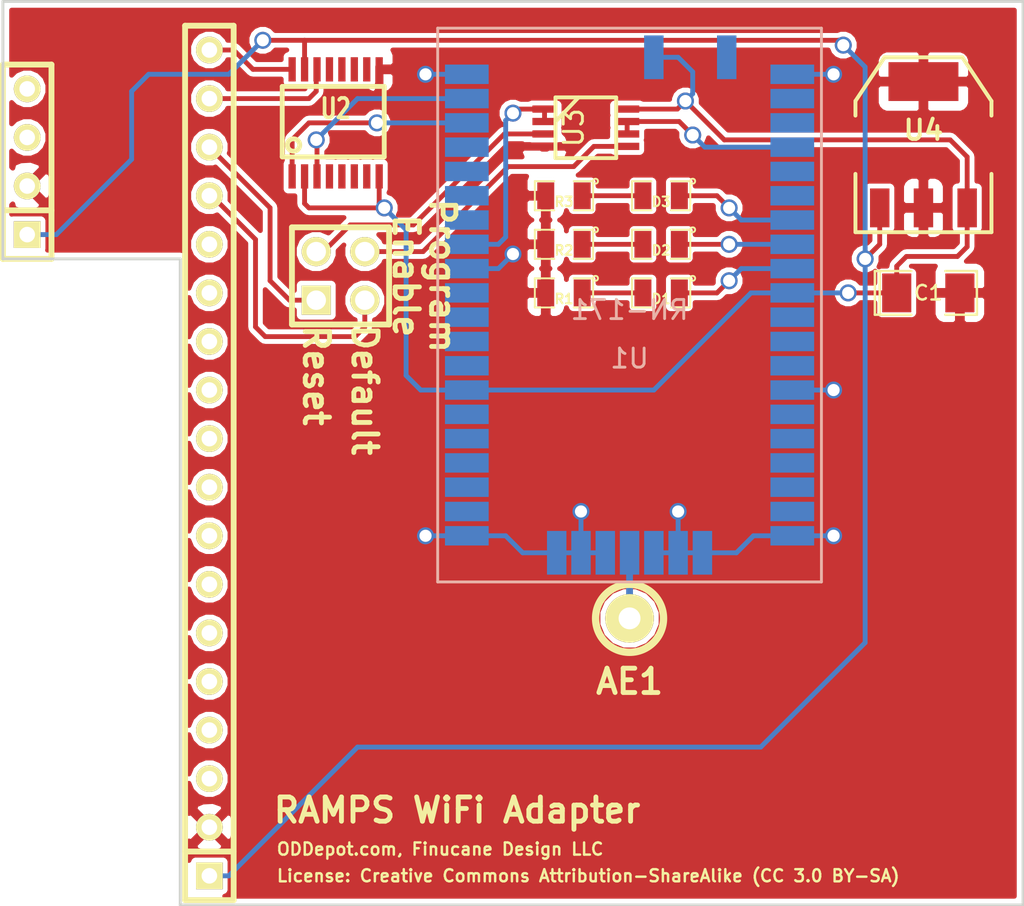
<source format=kicad_pcb>
(kicad_pcb (version 3) (host pcbnew "(2012-nov-02)-testing")

  (general
    (links 50)
    (no_connects 0)
    (area 187.6806 122.423767 245.945377 170.205401)
    (thickness 1.6)
    (drawings 13)
    (tracks 151)
    (zones 0)
    (modules 15)
    (nets 21)
  )

  (page A3)
  (layers
    (15 F.Cu signal)
    (0 B.Cu signal)
    (16 B.Adhes user)
    (17 F.Adhes user)
    (18 B.Paste user)
    (19 F.Paste user)
    (20 B.SilkS user)
    (21 F.SilkS user)
    (22 B.Mask user)
    (23 F.Mask user)
    (24 Dwgs.User user)
    (25 Cmts.User user)
    (26 Eco1.User user)
    (27 Eco2.User user)
    (28 Edge.Cuts user)
  )

  (setup
    (last_trace_width 0.254)
    (trace_clearance 0.254)
    (zone_clearance 0.254)
    (zone_45_only no)
    (trace_min 0.254)
    (segment_width 0.2)
    (edge_width 0.15)
    (via_size 0.889)
    (via_drill 0.635)
    (via_min_size 0.889)
    (via_min_drill 0.508)
    (uvia_size 0.508)
    (uvia_drill 0.127)
    (uvias_allowed no)
    (uvia_min_size 0.508)
    (uvia_min_drill 0.127)
    (pcb_text_width 0.3)
    (pcb_text_size 1 1)
    (mod_edge_width 0.15)
    (mod_text_size 1 1)
    (mod_text_width 0.15)
    (pad_size 2.54 2.54)
    (pad_drill 1.143)
    (pad_to_mask_clearance 0)
    (aux_axis_origin 0 0)
    (visible_elements 7FFFFFFF)
    (pcbplotparams
      (layerselection 15761409)
      (usegerberextensions true)
      (excludeedgelayer false)
      (linewidth 152400)
      (plotframeref false)
      (viasonmask false)
      (mode 1)
      (useauxorigin false)
      (hpglpennumber 1)
      (hpglpenspeed 20)
      (hpglpendiameter 15)
      (hpglpenoverlay 2)
      (psnegative false)
      (psa4output false)
      (plotreference true)
      (plotvalue true)
      (plotothertext true)
      (plotinvisibletext false)
      (padsonsilk false)
      (subtractmaskfromsilk false)
      (outputformat 1)
      (mirror false)
      (drillshape 0)
      (scaleselection 1)
      (outputdirectory ../gerber))
  )

  (net 0 "")
  (net 1 /3.3V)
  (net 2 /5V)
  (net 3 /DFLT3.3)
  (net 4 /DFLT5)
  (net 5 /DFLT_EN)
  (net 6 /RST3.3)
  (net 7 /RST5)
  (net 8 /RST_EN)
  (net 9 /RX3.3)
  (net 10 /RX5)
  (net 11 /TX3.3)
  (net 12 /TX5)
  (net 13 GND)
  (net 14 N-0000017)
  (net 15 N-0000018)
  (net 16 N-000002)
  (net 17 N-000003)
  (net 18 N-0000032)
  (net 19 N-0000033)
  (net 20 N-0000034)

  (net_class Default "This is the default net class."
    (clearance 0.254)
    (trace_width 0.254)
    (via_dia 0.889)
    (via_drill 0.635)
    (uvia_dia 0.508)
    (uvia_drill 0.127)
    (add_net "")
    (add_net /3.3V)
    (add_net /5V)
    (add_net /DFLT3.3)
    (add_net /DFLT5)
    (add_net /DFLT_EN)
    (add_net /RST3.3)
    (add_net /RST5)
    (add_net /RST_EN)
    (add_net /RX3.3)
    (add_net /RX5)
    (add_net /TX3.3)
    (add_net /TX5)
    (add_net GND)
    (add_net N-0000017)
    (add_net N-0000018)
    (add_net N-000003)
    (add_net N-0000032)
    (add_net N-0000033)
    (add_net N-0000034)
  )

  (net_class TM1 ""
    (clearance 0.254)
    (trace_width 0.3556)
    (via_dia 0.889)
    (via_drill 0.635)
    (uvia_dia 0.508)
    (uvia_drill 0.127)
    (add_net N-000002)
  )

  (module TSSOP16 (layer F.Cu) (tedit 5187FF43) (tstamp 5189A6A8)
    (at 207.518 129.159)
    (path /516C6DA7)
    (attr smd)
    (fp_text reference U2 (at 0 -0.7493) (layer F.SilkS)
      (effects (font (size 1.016 0.762) (thickness 0.1905)))
    )
    (fp_text value TXB0106PWR (at 0.24892 0.7493) (layer F.SilkS) hide
      (effects (font (size 0.762 0.762) (thickness 0.1905)))
    )
    (fp_line (start -2.794 -1.905) (end 2.54 -1.905) (layer F.SilkS) (width 0.254))
    (fp_line (start 2.54 -1.905) (end 2.54 1.778) (layer F.SilkS) (width 0.254))
    (fp_line (start 2.54 1.778) (end -2.794 1.778) (layer F.SilkS) (width 0.254))
    (fp_line (start -2.794 1.778) (end -2.794 -1.905) (layer F.SilkS) (width 0.254))
    (fp_circle (center -2.20218 1.15824) (end -2.40538 1.41224) (layer F.SilkS) (width 0.254))
    (pad 1 smd rect (at -2.27584 2.79908) (size 0.381 1.27)
      (layers F.Cu F.Paste F.Mask)
      (net 9 /RX3.3)
    )
    (pad 2 smd rect (at -1.6256 2.79908) (size 0.381 1.27)
      (layers F.Cu F.Paste F.Mask)
      (net 1 /3.3V)
    )
    (pad 3 smd rect (at -0.97536 2.79908) (size 0.381 1.27)
      (layers F.Cu F.Paste F.Mask)
      (net 11 /TX3.3)
    )
    (pad 4 smd rect (at -0.32512 2.79908) (size 0.381 1.27)
      (layers F.Cu F.Paste F.Mask)
    )
    (pad 5 smd rect (at 0.32512 2.79908) (size 0.381 1.27)
      (layers F.Cu F.Paste F.Mask)
    )
    (pad 6 smd rect (at 0.97536 2.79908) (size 0.381 1.27)
      (layers F.Cu F.Paste F.Mask)
    )
    (pad 7 smd rect (at 1.6256 2.79908) (size 0.381 1.27)
      (layers F.Cu F.Paste F.Mask)
    )
    (pad 8 smd rect (at 2.27584 2.79908) (size 0.381 1.27)
      (layers F.Cu F.Paste F.Mask)
      (net 1 /3.3V)
    )
    (pad 9 smd rect (at 2.27584 -2.79908) (size 0.381 1.27)
      (layers F.Cu F.Paste F.Mask)
      (net 13 GND)
    )
    (pad 10 smd rect (at 1.6256 -2.79908) (size 0.381 1.27)
      (layers F.Cu F.Paste F.Mask)
    )
    (pad 11 smd rect (at 0.97536 -2.79908) (size 0.381 1.27)
      (layers F.Cu F.Paste F.Mask)
    )
    (pad 12 smd rect (at 0.32512 -2.79908) (size 0.381 1.27)
      (layers F.Cu F.Paste F.Mask)
    )
    (pad 13 smd rect (at -0.32512 -2.79908) (size 0.381 1.27)
      (layers F.Cu F.Paste F.Mask)
    )
    (pad 14 smd rect (at -0.97536 -2.79908) (size 0.381 1.27)
      (layers F.Cu F.Paste F.Mask)
      (net 12 /TX5)
    )
    (pad 15 smd rect (at -1.6256 -2.79908) (size 0.381 1.27)
      (layers F.Cu F.Paste F.Mask)
      (net 2 /5V)
    )
    (pad 16 smd rect (at -2.27584 -2.79908) (size 0.381 1.27)
      (layers F.Cu F.Paste F.Mask)
      (net 10 /RX5)
    )
    (model smd\smd_dil\tssop-16.wrl
      (at (xyz 0 0 0))
      (scale (xyz 1 1 1))
      (rotate (xyz 0 0 0))
    )
  )

  (module SOT223 (layer F.Cu) (tedit 5187FF52) (tstamp 5188A913)
    (at 238.252 130.302)
    (descr "module CMS SOT223 4 pins")
    (tags "CMS SOT")
    (path /516C448D)
    (attr smd)
    (fp_text reference U4 (at 0 -0.762) (layer F.SilkS)
      (effects (font (size 1.016 1.016) (thickness 0.2032)))
    )
    (fp_text value TC1262-3.3VDB (at 0 0.762) (layer F.SilkS) hide
      (effects (font (size 1.016 1.016) (thickness 0.2032)))
    )
    (fp_line (start -3.556 1.524) (end -3.556 4.572) (layer F.SilkS) (width 0.2032))
    (fp_line (start -3.556 4.572) (end 3.556 4.572) (layer F.SilkS) (width 0.2032))
    (fp_line (start 3.556 4.572) (end 3.556 1.524) (layer F.SilkS) (width 0.2032))
    (fp_line (start -3.556 -1.524) (end -3.556 -2.286) (layer F.SilkS) (width 0.2032))
    (fp_line (start -3.556 -2.286) (end -2.032 -4.572) (layer F.SilkS) (width 0.2032))
    (fp_line (start -2.032 -4.572) (end 2.032 -4.572) (layer F.SilkS) (width 0.2032))
    (fp_line (start 2.032 -4.572) (end 3.556 -2.286) (layer F.SilkS) (width 0.2032))
    (fp_line (start 3.556 -2.286) (end 3.556 -1.524) (layer F.SilkS) (width 0.2032))
    (pad 4 smd rect (at 0 -3.302) (size 3.6576 2.032)
      (layers F.Cu F.Paste F.Mask)
      (net 13 GND)
    )
    (pad 2 smd rect (at 0 3.302) (size 1.016 2.032)
      (layers F.Cu F.Paste F.Mask)
      (net 13 GND)
    )
    (pad 3 smd rect (at 2.286 3.302) (size 1.016 2.032)
      (layers F.Cu F.Paste F.Mask)
      (net 1 /3.3V)
    )
    (pad 1 smd rect (at -2.286 3.302) (size 1.016 2.032)
      (layers F.Cu F.Paste F.Mask)
      (net 2 /5V)
    )
    (model smd/SOT223.wrl
      (at (xyz 0 0 0))
      (scale (xyz 0.4 0.4 0.4))
      (rotate (xyz 0 0 0))
    )
  )

  (module SM1206POL (layer F.Cu) (tedit 42806E4C) (tstamp 5188A922)
    (at 238.506 138.049)
    (path /51857021)
    (attr smd)
    (fp_text reference C1 (at 0 0) (layer F.SilkS)
      (effects (font (size 0.762 0.762) (thickness 0.127)))
    )
    (fp_text value T491A475K016AT (at 0 0) (layer F.SilkS) hide
      (effects (font (size 0.762 0.762) (thickness 0.127)))
    )
    (fp_line (start -2.54 -1.143) (end -2.794 -1.143) (layer F.SilkS) (width 0.127))
    (fp_line (start -2.794 -1.143) (end -2.794 1.143) (layer F.SilkS) (width 0.127))
    (fp_line (start -2.794 1.143) (end -2.54 1.143) (layer F.SilkS) (width 0.127))
    (fp_line (start -2.54 -1.143) (end -2.54 1.143) (layer F.SilkS) (width 0.127))
    (fp_line (start -2.54 1.143) (end -0.889 1.143) (layer F.SilkS) (width 0.127))
    (fp_line (start 0.889 -1.143) (end 2.54 -1.143) (layer F.SilkS) (width 0.127))
    (fp_line (start 2.54 -1.143) (end 2.54 1.143) (layer F.SilkS) (width 0.127))
    (fp_line (start 2.54 1.143) (end 0.889 1.143) (layer F.SilkS) (width 0.127))
    (fp_line (start -0.889 -1.143) (end -2.54 -1.143) (layer F.SilkS) (width 0.127))
    (pad 1 smd rect (at -1.651 0) (size 1.524 2.032)
      (layers F.Cu F.Paste F.Mask)
      (net 1 /3.3V)
    )
    (pad 2 smd rect (at 1.651 0) (size 1.524 2.032)
      (layers F.Cu F.Paste F.Mask)
      (net 13 GND)
    )
    (model smd/chip_cms_pol.wrl
      (at (xyz 0 0 0))
      (scale (xyz 0.17 0.16 0.16))
      (rotate (xyz 0 0 0))
    )
  )

  (module SM0805 (layer F.Cu) (tedit 5187FF18) (tstamp 5188B0D8)
    (at 219.456 138.049 180)
    (path /5187F222)
    (attr smd)
    (fp_text reference R1 (at 0 -0.3175 180) (layer F.SilkS)
      (effects (font (size 0.50038 0.50038) (thickness 0.10922)))
    )
    (fp_text value CR0805-FX-2400ELF (at 0 0.381 180) (layer F.SilkS) hide
      (effects (font (size 0.50038 0.50038) (thickness 0.10922)))
    )
    (fp_circle (center -1.651 0.762) (end -1.651 0.635) (layer F.SilkS) (width 0.09906))
    (fp_line (start -0.508 0.762) (end -1.524 0.762) (layer F.SilkS) (width 0.09906))
    (fp_line (start -1.524 0.762) (end -1.524 -0.762) (layer F.SilkS) (width 0.09906))
    (fp_line (start -1.524 -0.762) (end -0.508 -0.762) (layer F.SilkS) (width 0.09906))
    (fp_line (start 0.508 -0.762) (end 1.524 -0.762) (layer F.SilkS) (width 0.09906))
    (fp_line (start 1.524 -0.762) (end 1.524 0.762) (layer F.SilkS) (width 0.09906))
    (fp_line (start 1.524 0.762) (end 0.508 0.762) (layer F.SilkS) (width 0.09906))
    (pad 1 smd rect (at -0.9525 0 180) (size 0.889 1.397)
      (layers F.Cu F.Paste F.Mask)
      (net 17 N-000003)
    )
    (pad 2 smd rect (at 0.9525 0 180) (size 0.889 1.397)
      (layers F.Cu F.Paste F.Mask)
      (net 13 GND)
    )
    (model smd/chip_cms.wrl
      (at (xyz 0 0 0))
      (scale (xyz 0.1 0.1 0.1))
      (rotate (xyz 0 0 0))
    )
  )

  (module SM0805 (layer F.Cu) (tedit 5187FF0F) (tstamp 5188A93C)
    (at 219.456 135.509 180)
    (path /5187F23B)
    (attr smd)
    (fp_text reference R2 (at 0 -0.3175 180) (layer F.SilkS)
      (effects (font (size 0.50038 0.50038) (thickness 0.10922)))
    )
    (fp_text value CR0805-FX-2400ELF (at 0 0.381 180) (layer F.SilkS) hide
      (effects (font (size 0.50038 0.50038) (thickness 0.10922)))
    )
    (fp_circle (center -1.651 0.762) (end -1.651 0.635) (layer F.SilkS) (width 0.09906))
    (fp_line (start -0.508 0.762) (end -1.524 0.762) (layer F.SilkS) (width 0.09906))
    (fp_line (start -1.524 0.762) (end -1.524 -0.762) (layer F.SilkS) (width 0.09906))
    (fp_line (start -1.524 -0.762) (end -0.508 -0.762) (layer F.SilkS) (width 0.09906))
    (fp_line (start 0.508 -0.762) (end 1.524 -0.762) (layer F.SilkS) (width 0.09906))
    (fp_line (start 1.524 -0.762) (end 1.524 0.762) (layer F.SilkS) (width 0.09906))
    (fp_line (start 1.524 0.762) (end 0.508 0.762) (layer F.SilkS) (width 0.09906))
    (pad 1 smd rect (at -0.9525 0 180) (size 0.889 1.397)
      (layers F.Cu F.Paste F.Mask)
      (net 20 N-0000034)
    )
    (pad 2 smd rect (at 0.9525 0 180) (size 0.889 1.397)
      (layers F.Cu F.Paste F.Mask)
      (net 13 GND)
    )
    (model smd/chip_cms.wrl
      (at (xyz 0 0 0))
      (scale (xyz 0.1 0.1 0.1))
      (rotate (xyz 0 0 0))
    )
  )

  (module SM0805 (layer F.Cu) (tedit 5187FF05) (tstamp 5188A949)
    (at 219.456 132.969 180)
    (path /5187F254)
    (attr smd)
    (fp_text reference R3 (at 0 -0.3175 180) (layer F.SilkS)
      (effects (font (size 0.50038 0.50038) (thickness 0.10922)))
    )
    (fp_text value CR0805-FX-2400ELF (at 0 0.381 180) (layer F.SilkS) hide
      (effects (font (size 0.50038 0.50038) (thickness 0.10922)))
    )
    (fp_circle (center -1.651 0.762) (end -1.651 0.635) (layer F.SilkS) (width 0.09906))
    (fp_line (start -0.508 0.762) (end -1.524 0.762) (layer F.SilkS) (width 0.09906))
    (fp_line (start -1.524 0.762) (end -1.524 -0.762) (layer F.SilkS) (width 0.09906))
    (fp_line (start -1.524 -0.762) (end -0.508 -0.762) (layer F.SilkS) (width 0.09906))
    (fp_line (start 0.508 -0.762) (end 1.524 -0.762) (layer F.SilkS) (width 0.09906))
    (fp_line (start 1.524 -0.762) (end 1.524 0.762) (layer F.SilkS) (width 0.09906))
    (fp_line (start 1.524 0.762) (end 0.508 0.762) (layer F.SilkS) (width 0.09906))
    (pad 1 smd rect (at -0.9525 0 180) (size 0.889 1.397)
      (layers F.Cu F.Paste F.Mask)
      (net 19 N-0000033)
    )
    (pad 2 smd rect (at 0.9525 0 180) (size 0.889 1.397)
      (layers F.Cu F.Paste F.Mask)
      (net 13 GND)
    )
    (model smd/chip_cms.wrl
      (at (xyz 0 0 0))
      (scale (xyz 0.1 0.1 0.1))
      (rotate (xyz 0 0 0))
    )
  )

  (module SM0805 (layer F.Cu) (tedit 5187FF31) (tstamp 5188A956)
    (at 224.536 138.049 180)
    (path /5187F3E3)
    (attr smd)
    (fp_text reference D1 (at 0 -0.3175 180) (layer F.SilkS)
      (effects (font (size 0.50038 0.50038) (thickness 0.10922)))
    )
    (fp_text value APT2012SGC (at 0 0.381 180) (layer F.SilkS) hide
      (effects (font (size 0.50038 0.50038) (thickness 0.10922)))
    )
    (fp_circle (center -1.651 0.762) (end -1.651 0.635) (layer F.SilkS) (width 0.09906))
    (fp_line (start -0.508 0.762) (end -1.524 0.762) (layer F.SilkS) (width 0.09906))
    (fp_line (start -1.524 0.762) (end -1.524 -0.762) (layer F.SilkS) (width 0.09906))
    (fp_line (start -1.524 -0.762) (end -0.508 -0.762) (layer F.SilkS) (width 0.09906))
    (fp_line (start 0.508 -0.762) (end 1.524 -0.762) (layer F.SilkS) (width 0.09906))
    (fp_line (start 1.524 -0.762) (end 1.524 0.762) (layer F.SilkS) (width 0.09906))
    (fp_line (start 1.524 0.762) (end 0.508 0.762) (layer F.SilkS) (width 0.09906))
    (pad 1 smd rect (at -0.9525 0 180) (size 0.889 1.397)
      (layers F.Cu F.Paste F.Mask)
      (net 18 N-0000032)
    )
    (pad 2 smd rect (at 0.9525 0 180) (size 0.889 1.397)
      (layers F.Cu F.Paste F.Mask)
      (net 17 N-000003)
    )
    (model smd/chip_cms.wrl
      (at (xyz 0 0 0))
      (scale (xyz 0.1 0.1 0.1))
      (rotate (xyz 0 0 0))
    )
  )

  (module SM0805 (layer F.Cu) (tedit 5187FF2B) (tstamp 5188B0E6)
    (at 224.536 135.509 180)
    (path /5187F3FC)
    (attr smd)
    (fp_text reference D2 (at 0 -0.3175 180) (layer F.SilkS)
      (effects (font (size 0.50038 0.50038) (thickness 0.10922)))
    )
    (fp_text value APT2012YC (at 0 0.381 180) (layer F.SilkS) hide
      (effects (font (size 0.50038 0.50038) (thickness 0.10922)))
    )
    (fp_circle (center -1.651 0.762) (end -1.651 0.635) (layer F.SilkS) (width 0.09906))
    (fp_line (start -0.508 0.762) (end -1.524 0.762) (layer F.SilkS) (width 0.09906))
    (fp_line (start -1.524 0.762) (end -1.524 -0.762) (layer F.SilkS) (width 0.09906))
    (fp_line (start -1.524 -0.762) (end -0.508 -0.762) (layer F.SilkS) (width 0.09906))
    (fp_line (start 0.508 -0.762) (end 1.524 -0.762) (layer F.SilkS) (width 0.09906))
    (fp_line (start 1.524 -0.762) (end 1.524 0.762) (layer F.SilkS) (width 0.09906))
    (fp_line (start 1.524 0.762) (end 0.508 0.762) (layer F.SilkS) (width 0.09906))
    (pad 1 smd rect (at -0.9525 0 180) (size 0.889 1.397)
      (layers F.Cu F.Paste F.Mask)
      (net 14 N-0000017)
    )
    (pad 2 smd rect (at 0.9525 0 180) (size 0.889 1.397)
      (layers F.Cu F.Paste F.Mask)
      (net 20 N-0000034)
    )
    (model smd/chip_cms.wrl
      (at (xyz 0 0 0))
      (scale (xyz 0.1 0.1 0.1))
      (rotate (xyz 0 0 0))
    )
  )

  (module SM0805 (layer F.Cu) (tedit 5187FF22) (tstamp 5188A970)
    (at 224.536 132.969 180)
    (path /5187F415)
    (attr smd)
    (fp_text reference D3 (at 0 -0.3175 180) (layer F.SilkS)
      (effects (font (size 0.50038 0.50038) (thickness 0.10922)))
    )
    (fp_text value APT2012EC (at 0 0.381 180) (layer F.SilkS) hide
      (effects (font (size 0.50038 0.50038) (thickness 0.10922)))
    )
    (fp_circle (center -1.651 0.762) (end -1.651 0.635) (layer F.SilkS) (width 0.09906))
    (fp_line (start -0.508 0.762) (end -1.524 0.762) (layer F.SilkS) (width 0.09906))
    (fp_line (start -1.524 0.762) (end -1.524 -0.762) (layer F.SilkS) (width 0.09906))
    (fp_line (start -1.524 -0.762) (end -0.508 -0.762) (layer F.SilkS) (width 0.09906))
    (fp_line (start 0.508 -0.762) (end 1.524 -0.762) (layer F.SilkS) (width 0.09906))
    (fp_line (start 1.524 -0.762) (end 1.524 0.762) (layer F.SilkS) (width 0.09906))
    (fp_line (start 1.524 0.762) (end 0.508 0.762) (layer F.SilkS) (width 0.09906))
    (pad 1 smd rect (at -0.9525 0 180) (size 0.889 1.397)
      (layers F.Cu F.Paste F.Mask)
      (net 15 N-0000018)
    )
    (pad 2 smd rect (at 0.9525 0 180) (size 0.889 1.397)
      (layers F.Cu F.Paste F.Mask)
      (net 19 N-0000033)
    )
    (model smd/chip_cms.wrl
      (at (xyz 0 0 0))
      (scale (xyz 0.1 0.1 0.1))
      (rotate (xyz 0 0 0))
    )
  )

  (module SIL-4 (layer F.Cu) (tedit 518A8840) (tstamp 5188A97F)
    (at 191.389 131.191 90)
    (descr "Connecteur 4 pibs")
    (tags "CONN DEV")
    (path /51854F4E)
    (fp_text reference P2 (at 0 2.54 180) (layer F.SilkS) hide
      (effects (font (size 1.27 1.27) (thickness 0.254)))
    )
    (fp_text value I2C_INTERFACE (at 0 -2.54 90) (layer F.SilkS) hide
      (effects (font (size 1.524 1.016) (thickness 0.3048)))
    )
    (fp_line (start -5.08 -1.27) (end -5.08 -1.27) (layer F.SilkS) (width 0.3048))
    (fp_line (start -5.08 1.27) (end -5.08 -1.27) (layer F.SilkS) (width 0.3048))
    (fp_line (start -5.08 -1.27) (end -5.08 -1.27) (layer F.SilkS) (width 0.3048))
    (fp_line (start -5.08 -1.27) (end 5.08 -1.27) (layer F.SilkS) (width 0.3048))
    (fp_line (start 5.08 -1.27) (end 5.08 1.27) (layer F.SilkS) (width 0.3048))
    (fp_line (start 5.08 1.27) (end -5.08 1.27) (layer F.SilkS) (width 0.3048))
    (fp_line (start -2.54 1.27) (end -2.54 -1.27) (layer F.SilkS) (width 0.3048))
    (pad 1 thru_hole rect (at -3.81 0 90) (size 1.397 1.397) (drill 0.812799)
      (layers *.Cu *.Mask F.SilkS)
      (net 2 /5V)
    )
    (pad 2 thru_hole circle (at -1.27 0 90) (size 1.397 1.397) (drill 0.812799)
      (layers *.Cu *.Mask F.SilkS)
      (net 13 GND)
    )
    (pad 3 thru_hole circle (at 1.27 0 90) (size 1.397 1.397) (drill 0.812799)
      (layers *.Cu *.Mask F.SilkS)
    )
    (pad 4 thru_hole circle (at 3.81 0 90) (size 1.397 1.397) (drill 0.812799)
      (layers *.Cu *.Mask F.SilkS)
    )
  )

  (module SIL-18 (layer F.Cu) (tedit 518A883B) (tstamp 5188AEDC)
    (at 200.914 146.939 90)
    (descr "Connecteur 18 pins")
    (tags "CONN DEV")
    (path /51854F35)
    (fp_text reference P1 (at 0 2.54 180) (layer F.SilkS) hide
      (effects (font (size 1.27 1.27) (thickness 0.254)))
    )
    (fp_text value AUX-4_INTERFACE (at 8.89 -2.54 90) (layer F.SilkS) hide
      (effects (font (size 1.524 1.016) (thickness 0.254)))
    )
    (fp_line (start -22.86 -1.27) (end 22.86 -1.27) (layer F.SilkS) (width 0.3048))
    (fp_line (start 22.86 -1.27) (end 22.86 1.27) (layer F.SilkS) (width 0.3048))
    (fp_line (start 22.86 1.27) (end -22.86 1.27) (layer F.SilkS) (width 0.3048))
    (fp_line (start -22.86 1.27) (end -22.86 -1.27) (layer F.SilkS) (width 0.3048))
    (fp_line (start -20.32 -1.27) (end -20.32 1.27) (layer F.SilkS) (width 0.3048))
    (pad 1 thru_hole rect (at -21.59 0 90) (size 1.397 1.397) (drill 0.812799)
      (layers *.Cu *.Mask F.SilkS)
      (net 2 /5V)
    )
    (pad 2 thru_hole circle (at -19.05 0 90) (size 1.397 1.397) (drill 0.812799)
      (layers *.Cu *.Mask F.SilkS)
      (net 13 GND)
    )
    (pad 3 thru_hole circle (at -16.51 0 90) (size 1.397 1.397) (drill 0.812799)
      (layers *.Cu *.Mask F.SilkS)
    )
    (pad 4 thru_hole circle (at -13.97 0 90) (size 1.397 1.397) (drill 0.812799)
      (layers *.Cu *.Mask F.SilkS)
    )
    (pad 5 thru_hole circle (at -11.43 0 90) (size 1.397 1.397) (drill 0.812799)
      (layers *.Cu *.Mask F.SilkS)
    )
    (pad 6 thru_hole circle (at -8.89 0 90) (size 1.397 1.397) (drill 0.812799)
      (layers *.Cu *.Mask F.SilkS)
    )
    (pad 7 thru_hole circle (at -6.35 0 90) (size 1.397 1.397) (drill 0.812799)
      (layers *.Cu *.Mask F.SilkS)
    )
    (pad 8 thru_hole circle (at -3.81 0 90) (size 1.397 1.397) (drill 0.812799)
      (layers *.Cu *.Mask F.SilkS)
    )
    (pad 9 thru_hole circle (at -1.27 0 90) (size 1.397 1.397) (drill 0.812799)
      (layers *.Cu *.Mask F.SilkS)
    )
    (pad 10 thru_hole circle (at 1.27 0 90) (size 1.397 1.397) (drill 0.812799)
      (layers *.Cu *.Mask F.SilkS)
    )
    (pad 11 thru_hole circle (at 3.81 0 90) (size 1.397 1.397) (drill 0.812799)
      (layers *.Cu *.Mask F.SilkS)
    )
    (pad 12 thru_hole circle (at 6.35 0 90) (size 1.397 1.397) (drill 0.812799)
      (layers *.Cu *.Mask F.SilkS)
    )
    (pad 13 thru_hole circle (at 8.89 0 90) (size 1.397 1.397) (drill 0.812799)
      (layers *.Cu *.Mask F.SilkS)
    )
    (pad 14 thru_hole circle (at 11.43 0 90) (size 1.397 1.397) (drill 0.812799)
      (layers *.Cu *.Mask F.SilkS)
    )
    (pad 15 thru_hole circle (at 13.97 0 90) (size 1.397 1.397) (drill 0.812799)
      (layers *.Cu *.Mask F.SilkS)
      (net 4 /DFLT5)
    )
    (pad 16 thru_hole circle (at 16.51 0 90) (size 1.397 1.397) (drill 0.812799)
      (layers *.Cu *.Mask F.SilkS)
      (net 7 /RST5)
    )
    (pad 17 thru_hole circle (at 19.05 0 90) (size 1.397 1.397) (drill 0.812799)
      (layers *.Cu *.Mask F.SilkS)
      (net 12 /TX5)
    )
    (pad 18 thru_hole circle (at 21.59 0 90) (size 1.397 1.397) (drill 0.812799)
      (layers *.Cu *.Mask F.SilkS)
      (net 10 /RX5)
    )
  )

  (module PIN_ARRAY_2X2 (layer F.Cu) (tedit 518A8A11) (tstamp 5188A9DF)
    (at 207.772 137.16)
    (descr "Double rangee de contacts 2 x 2 pins")
    (tags CONN)
    (path /51854F10)
    (fp_text reference P3 (at 0 -3.429) (layer F.SilkS) hide
      (effects (font (size 1.27 1.27) (thickness 0.254)))
    )
    (fp_text value ENABLE_JUMPERS (at 0 3.048) (layer F.SilkS) hide
      (effects (font (size 1.016 1.016) (thickness 0.2032)))
    )
    (fp_line (start -2.54 -2.54) (end 2.54 -2.54) (layer F.SilkS) (width 0.3048))
    (fp_line (start 2.54 -2.54) (end 2.54 2.54) (layer F.SilkS) (width 0.3048))
    (fp_line (start 2.54 2.54) (end -2.54 2.54) (layer F.SilkS) (width 0.3048))
    (fp_line (start -2.54 2.54) (end -2.54 -2.54) (layer F.SilkS) (width 0.3048))
    (pad 1 thru_hole rect (at -1.27 1.27) (size 1.524 1.524) (drill 1.016)
      (layers *.Cu *.Mask F.SilkS)
      (net 7 /RST5)
    )
    (pad 2 thru_hole circle (at -1.27 -1.27) (size 1.524 1.524) (drill 1.016)
      (layers *.Cu *.Mask F.SilkS)
      (net 8 /RST_EN)
    )
    (pad 3 thru_hole circle (at 1.27 1.27) (size 1.524 1.524) (drill 1.016)
      (layers *.Cu *.Mask F.SilkS)
      (net 4 /DFLT5)
    )
    (pad 4 thru_hole circle (at 1.27 -1.27) (size 1.524 1.524) (drill 1.016)
      (layers *.Cu *.Mask F.SilkS)
      (net 5 /DFLT_EN)
    )
    (model pin_array/pins_array_2x2.wrl
      (at (xyz 0 0 0))
      (scale (xyz 1 1 1))
      (rotate (xyz 0 0 0))
    )
  )

  (module MSOP_8 (layer F.Cu) (tedit 5187FF4A) (tstamp 5189A8D9)
    (at 220.599 129.413 270)
    (path /516C3366)
    (fp_text reference U3 (at 0 0.635 270) (layer F.SilkS)
      (effects (font (size 1.00076 1.00076) (thickness 0.1524)))
    )
    (fp_text value TLV2452CDGKR (at 0 -0.762 270) (layer F.SilkS) hide
      (effects (font (size 1.00076 1.00076) (thickness 0.127)))
    )
    (fp_line (start -0.3175 1.5875) (end -1.5875 0.381) (layer F.SilkS) (width 0.2032))
    (fp_line (start -1.5875 1.5875) (end 1.5875 1.5875) (layer F.SilkS) (width 0.2032))
    (fp_line (start 1.5875 1.5875) (end 1.5875 -1.5875) (layer F.SilkS) (width 0.2032))
    (fp_line (start 1.5875 -1.5875) (end -1.5875 -1.5875) (layer F.SilkS) (width 0.2032))
    (fp_line (start -1.5875 -1.5875) (end -1.5875 1.5875) (layer F.SilkS) (width 0.2032))
    (pad 1 smd rect (at -0.97536 2.159 270) (size 0.381 1.27)
      (layers F.Cu F.Paste F.Mask)
      (net 6 /RST3.3)
    )
    (pad 2 smd rect (at -0.32512 2.159 270) (size 0.381 1.27)
      (layers F.Cu F.Paste F.Mask)
      (net 6 /RST3.3)
    )
    (pad 3 smd rect (at 0.32512 2.159 270) (size 0.381 1.27)
      (layers F.Cu F.Paste F.Mask)
      (net 8 /RST_EN)
    )
    (pad 4 smd rect (at 0.97536 2.159 270) (size 0.381 1.27)
      (layers F.Cu F.Paste F.Mask)
      (net 13 GND)
    )
    (pad 5 smd rect (at 0.97536 -2.159 270) (size 0.381 1.27)
      (layers F.Cu F.Paste F.Mask)
      (net 5 /DFLT_EN)
    )
    (pad 6 smd rect (at 0.32512 -2.159 270) (size 0.381 1.27)
      (layers F.Cu F.Paste F.Mask)
      (net 3 /DFLT3.3)
    )
    (pad 7 smd rect (at -0.32512 -2.159 270) (size 0.381 1.27)
      (layers F.Cu F.Paste F.Mask)
      (net 3 /DFLT3.3)
    )
    (pad 8 smd rect (at -0.97536 -2.159 270) (size 0.381 1.27)
      (layers F.Cu F.Paste F.Mask)
      (net 1 /3.3V)
    )
    (model smd/MSOP_8.wrl
      (at (xyz 0 0 0.001))
      (scale (xyz 0.3937 0.3937 0.3937))
      (rotate (xyz 0 0 0))
    )
  )

  (module RN-171 (layer B.Cu) (tedit 5187F7DD) (tstamp 518907E9)
    (at 231.394 126.619 90)
    (path /5187D822)
    (fp_text reference U1 (at -14.859 -8.509 360) (layer B.SilkS)
      (effects (font (size 1 1) (thickness 0.15)) (justify mirror))
    )
    (fp_text value RN-171 (at -12.319 -8.509 360) (layer B.SilkS)
      (effects (font (size 1 1) (thickness 0.15)) (justify mirror))
    )
    (fp_line (start 2.413 1.524) (end -26.543 1.524) (layer B.SilkS) (width 0.15))
    (fp_line (start -26.543 1.524) (end -26.543 -18.542) (layer B.SilkS) (width 0.15))
    (fp_line (start -26.543 -18.542) (end 2.413 -18.542) (layer B.SilkS) (width 0.15))
    (fp_line (start 2.413 -18.542) (end 2.413 1.524) (layer B.SilkS) (width 0.15))
    (pad 1 smd rect (at 0 0 90) (size 1.016 2.286)
      (layers B.Cu B.Paste B.Mask)
      (net 13 GND)
    )
    (pad 2 smd rect (at -1.27 0 90) (size 1.016 2.286)
      (layers B.Cu B.Paste B.Mask)
    )
    (pad 3 smd rect (at -2.54 0 90) (size 1.016 2.286)
      (layers B.Cu B.Paste B.Mask)
    )
    (pad 4 smd rect (at -3.81 0 90) (size 1.016 2.286)
      (layers B.Cu B.Paste B.Mask)
      (net 3 /DFLT3.3)
    )
    (pad 5 smd rect (at -5.08 0 90) (size 1.016 2.286)
      (layers B.Cu B.Paste B.Mask)
    )
    (pad 6 smd rect (at -6.35 0 90) (size 1.016 2.286)
      (layers B.Cu B.Paste B.Mask)
    )
    (pad 7 smd rect (at -7.62 0 90) (size 1.016 2.286)
      (layers B.Cu B.Paste B.Mask)
      (net 15 N-0000018)
    )
    (pad 8 smd rect (at -8.89 0 90) (size 1.016 2.286)
      (layers B.Cu B.Paste B.Mask)
      (net 14 N-0000017)
    )
    (pad 9 smd rect (at -10.16 0 90) (size 1.016 2.286)
      (layers B.Cu B.Paste B.Mask)
      (net 18 N-0000032)
    )
    (pad 10 smd rect (at -11.43 0 90) (size 1.016 2.286)
      (layers B.Cu B.Paste B.Mask)
      (net 1 /3.3V)
    )
    (pad 11 smd rect (at -12.7 0 90) (size 1.016 2.286)
      (layers B.Cu B.Paste B.Mask)
    )
    (pad 12 smd rect (at -13.97 0 90) (size 1.016 2.286)
      (layers B.Cu B.Paste B.Mask)
    )
    (pad 13 smd rect (at -15.24 0 90) (size 1.016 2.286)
      (layers B.Cu B.Paste B.Mask)
    )
    (pad 14 smd rect (at -16.51 0 90) (size 1.016 2.286)
      (layers B.Cu B.Paste B.Mask)
      (net 13 GND)
    )
    (pad 15 smd rect (at -17.78 0 90) (size 1.016 2.286)
      (layers B.Cu B.Paste B.Mask)
    )
    (pad 16 smd rect (at -19.05 0 90) (size 1.016 2.286)
      (layers B.Cu B.Paste B.Mask)
    )
    (pad 17 smd rect (at -20.32 0 90) (size 1.016 2.286)
      (layers B.Cu B.Paste B.Mask)
    )
    (pad 18 smd rect (at -21.59 0 90) (size 1.016 2.286)
      (layers B.Cu B.Paste B.Mask)
    )
    (pad 19 smd rect (at -22.86 0 90) (size 1.016 2.286)
      (layers B.Cu B.Paste B.Mask)
    )
    (pad 20 smd rect (at -24.13 0 90) (size 1.016 2.286)
      (layers B.Cu B.Paste B.Mask)
      (net 13 GND)
    )
    (pad 21 smd rect (at -25.019 -4.699 90) (size 2.286 1.016)
      (layers B.Cu B.Paste B.Mask)
      (net 13 GND)
    )
    (pad 22 smd rect (at -25.019 -5.969 90) (size 2.286 1.016)
      (layers B.Cu B.Paste B.Mask)
      (net 13 GND)
    )
    (pad 23 smd rect (at -25.019 -7.239 90) (size 2.286 1.016)
      (layers B.Cu B.Paste B.Mask)
      (net 13 GND)
    )
    (pad 24 smd rect (at -25.019 -8.509 90) (size 2.286 1.016)
      (layers B.Cu B.Paste B.Mask)
      (net 16 N-000002)
    )
    (pad 25 smd rect (at -25.019 -9.779 90) (size 2.286 1.016)
      (layers B.Cu B.Paste B.Mask)
      (net 13 GND)
    )
    (pad 26 smd rect (at -25.019 -11.049 90) (size 2.286 1.016)
      (layers B.Cu B.Paste B.Mask)
      (net 13 GND)
    )
    (pad 27 smd rect (at -25.019 -12.319 90) (size 2.286 1.016)
      (layers B.Cu B.Paste B.Mask)
      (net 13 GND)
    )
    (pad 28 smd rect (at -24.13 -17.018 90) (size 1.016 2.286)
      (layers B.Cu B.Paste B.Mask)
      (net 13 GND)
    )
    (pad 29 smd rect (at -22.86 -17.018 90) (size 1.016 2.286)
      (layers B.Cu B.Paste B.Mask)
    )
    (pad 30 smd rect (at -21.59 -17.018 90) (size 1.016 2.286)
      (layers B.Cu B.Paste B.Mask)
    )
    (pad 31 smd rect (at -20.32 -17.018 90) (size 1.016 2.286)
      (layers B.Cu B.Paste B.Mask)
    )
    (pad 32 smd rect (at -19.05 -17.018 90) (size 1.016 2.286)
      (layers B.Cu B.Paste B.Mask)
    )
    (pad 33 smd rect (at -17.78 -17.018 90) (size 1.016 2.286)
      (layers B.Cu B.Paste B.Mask)
    )
    (pad 34 smd rect (at -16.51 -17.018 90) (size 1.016 2.286)
      (layers B.Cu B.Paste B.Mask)
      (net 1 /3.3V)
    )
    (pad 35 smd rect (at -15.24 -17.018 90) (size 1.016 2.286)
      (layers B.Cu B.Paste B.Mask)
    )
    (pad 36 smd rect (at -13.97 -17.018 90) (size 1.016 2.286)
      (layers B.Cu B.Paste B.Mask)
    )
    (pad 37 smd rect (at -12.7 -17.018 90) (size 1.016 2.286)
      (layers B.Cu B.Paste B.Mask)
    )
    (pad 38 smd rect (at -11.43 -17.018 90) (size 1.016 2.286)
      (layers B.Cu B.Paste B.Mask)
    )
    (pad 39 smd rect (at -10.16 -17.018 90) (size 1.016 2.286)
      (layers B.Cu B.Paste B.Mask)
      (net 13 GND)
    )
    (pad 40 smd rect (at -8.89 -17.018 90) (size 1.016 2.286)
      (layers B.Cu B.Paste B.Mask)
      (net 6 /RST3.3)
    )
    (pad 41 smd rect (at -7.62 -17.018 90) (size 1.016 2.286)
      (layers B.Cu B.Paste B.Mask)
    )
    (pad 42 smd rect (at -6.35 -17.018 90) (size 1.016 2.286)
      (layers B.Cu B.Paste B.Mask)
    )
    (pad 43 smd rect (at -5.08 -17.018 90) (size 1.016 2.286)
      (layers B.Cu B.Paste B.Mask)
    )
    (pad 44 smd rect (at -3.81 -17.018 90) (size 1.016 2.286)
      (layers B.Cu B.Paste B.Mask)
    )
    (pad 45 smd rect (at -2.54 -17.018 90) (size 1.016 2.286)
      (layers B.Cu B.Paste B.Mask)
      (net 9 /RX3.3)
    )
    (pad 46 smd rect (at -1.27 -17.018 90) (size 1.016 2.286)
      (layers B.Cu B.Paste B.Mask)
      (net 11 /TX3.3)
    )
    (pad 47 smd rect (at 0 -17.018 90) (size 1.016 2.286)
      (layers B.Cu B.Paste B.Mask)
      (net 13 GND)
    )
    (pad 48 smd rect (at 0.889 -3.429 90) (size 2.286 1.016)
      (layers B.Cu B.Paste B.Mask)
    )
    (pad 49 smd rect (at 0.889 -7.239 90) (size 2.286 1.016)
      (layers B.Cu B.Paste B.Mask)
      (net 1 /3.3V)
    )
  )

  (module 18G_MONOPOLE_MOUNT (layer F.Cu) (tedit 518A8308) (tstamp 518A83AF)
    (at 222.885 155.067 180)
    (path /5187DC43)
    (fp_text reference AE1 (at 0 -3.302 180) (layer F.SilkS)
      (effects (font (size 1.27 1.27) (thickness 0.254)))
    )
    (fp_text value ANTENNA (at 0 3.302 180) (layer F.SilkS) hide
      (effects (font (size 1.27 1.27) (thickness 0.254)))
    )
    (fp_circle (center 0 0) (end 0 -1.778) (layer F.SilkS) (width 0.381))
    (pad 1 thru_hole circle (at 0 0 180) (size 2.54 2.54) (drill 1.143)
      (layers *.Cu *.Mask F.SilkS)
      (net 16 N-000002)
    )
  )

  (gr_text Enable (at 211.201 137.16 270) (layer F.SilkS)
    (effects (font (size 1.27 1.27) (thickness 0.254)))
  )
  (gr_text "License: Creative Commons Attribution-ShareAlike (CC 3.0 BY-SA)" (at 220.726 168.529) (layer F.SilkS)
    (effects (font (size 0.635 0.635) (thickness 0.127)))
  )
  (gr_text "ODDepot.com, Finucane Design LLC" (at 212.979 167.132) (layer F.SilkS)
    (effects (font (size 0.635 0.635) (thickness 0.127)))
  )
  (gr_text "RAMPS WiFi Adapter" (at 213.868 165.1) (layer F.SilkS)
    (effects (font (size 1.27 1.27) (thickness 0.254)))
  )
  (gr_text Program (at 213.106 137.16 270) (layer F.SilkS)
    (effects (font (size 1.27 1.27) (thickness 0.254)))
  )
  (gr_text Default (at 209.042 143.129 270) (layer F.SilkS)
    (effects (font (size 1.27 1.27) (thickness 0.254)))
  )
  (gr_text Reset (at 206.502 142.367 270) (layer F.SilkS)
    (effects (font (size 1.27 1.27) (thickness 0.254)))
  )
  (gr_line (start 243.459 122.809) (end 243.459 170.053) (angle 90) (layer Edge.Cuts) (width 0.15))
  (gr_line (start 190.119 122.809) (end 190.119 136.271) (angle 90) (layer Edge.Cuts) (width 0.15))
  (gr_line (start 243.459 122.809) (end 190.119 122.809) (angle 90) (layer Edge.Cuts) (width 0.15))
  (gr_line (start 199.39 170.053) (end 243.459 170.053) (angle 90) (layer Edge.Cuts) (width 0.15))
  (gr_line (start 199.39 136.271) (end 199.39 170.053) (angle 90) (layer Edge.Cuts) (width 0.15))
  (gr_line (start 190.119 136.271) (end 199.39 136.271) (angle 90) (layer Edge.Cuts) (width 0.15))

  (segment (start 225.806 128.016) (end 227.838 130.048) (width 0.254) (layer F.Cu) (net 1))
  (segment (start 240.538 130.937) (end 240.538 133.604) (width 0.254) (layer F.Cu) (net 1) (tstamp 518A6975))
  (segment (start 239.649 130.048) (end 240.538 130.937) (width 0.254) (layer F.Cu) (net 1) (tstamp 518A6974))
  (segment (start 227.838 130.048) (end 239.649 130.048) (width 0.254) (layer F.Cu) (net 1) (tstamp 518A696B))
  (segment (start 222.758 128.43764) (end 225.38436 128.43764) (width 0.254) (layer F.Cu) (net 1))
  (segment (start 225.425 125.73) (end 224.155 125.73) (width 0.254) (layer B.Cu) (net 1) (tstamp 518A6960))
  (segment (start 226.187 126.492) (end 225.425 125.73) (width 0.254) (layer B.Cu) (net 1) (tstamp 518A695F))
  (segment (start 226.187 127.635) (end 226.187 126.492) (width 0.254) (layer B.Cu) (net 1) (tstamp 518A6959))
  (segment (start 225.806 128.016) (end 226.187 127.635) (width 0.254) (layer B.Cu) (net 1) (tstamp 518A6958))
  (via (at 225.806 128.016) (size 0.889) (layers F.Cu B.Cu) (net 1))
  (segment (start 225.38436 128.43764) (end 225.806 128.016) (width 0.254) (layer F.Cu) (net 1) (tstamp 518A694D))
  (segment (start 236.855 138.049) (end 236.855 136.652) (width 0.254) (layer F.Cu) (net 1))
  (segment (start 236.855 136.652) (end 237.363 136.144) (width 0.254) (layer F.Cu) (net 1) (tstamp 5189A8F4))
  (segment (start 237.363 136.144) (end 240.03 136.144) (width 0.254) (layer F.Cu) (net 1) (tstamp 5189A8F5))
  (segment (start 240.03 136.144) (end 240.538 135.636) (width 0.254) (layer F.Cu) (net 1) (tstamp 5189A8F6))
  (segment (start 240.538 135.636) (end 240.538 133.604) (width 0.254) (layer F.Cu) (net 1) (tstamp 5189A8F7))
  (segment (start 214.376 143.129) (end 224.155 143.129) (width 0.254) (layer B.Cu) (net 1))
  (segment (start 229.235 138.049) (end 231.394 138.049) (width 0.254) (layer B.Cu) (net 1) (tstamp 5189A8EC))
  (segment (start 224.155 143.129) (end 229.235 138.049) (width 0.254) (layer B.Cu) (net 1) (tstamp 5189A8EA))
  (segment (start 205.8924 133.3754) (end 205.8924 131.95808) (width 0.254) (layer F.Cu) (net 1) (tstamp 5189A86E))
  (segment (start 206.121 133.604) (end 205.8924 133.3754) (width 0.254) (layer F.Cu) (net 1) (tstamp 5189A86D))
  (segment (start 210.058 133.604) (end 206.121 133.604) (width 0.254) (layer F.Cu) (net 1))
  (segment (start 209.79384 131.95808) (end 209.79384 133.33984) (width 0.254) (layer F.Cu) (net 1))
  (segment (start 211.963 143.129) (end 214.376 143.129) (width 0.254) (layer B.Cu) (net 1) (tstamp 5189A864))
  (segment (start 211.201 142.367) (end 211.963 143.129) (width 0.254) (layer B.Cu) (net 1) (tstamp 5189A863))
  (segment (start 211.201 134.747) (end 211.201 142.367) (width 0.254) (layer B.Cu) (net 1) (tstamp 5189A861))
  (segment (start 210.058 133.604) (end 211.201 134.747) (width 0.254) (layer B.Cu) (net 1) (tstamp 5189A860))
  (via (at 210.058 133.604) (size 0.889) (layers F.Cu B.Cu) (net 1))
  (segment (start 209.79384 133.33984) (end 210.058 133.604) (width 0.254) (layer F.Cu) (net 1) (tstamp 5189A85E))
  (segment (start 231.394 138.049) (end 234.315 138.049) (width 0.254) (layer B.Cu) (net 1))
  (segment (start 234.315 138.049) (end 236.855 138.049) (width 0.254) (layer F.Cu) (net 1) (tstamp 5189A842))
  (via (at 234.315 138.049) (size 0.889) (layers F.Cu B.Cu) (net 1))
  (segment (start 205.8924 126.35992) (end 205.8924 124.841) (width 0.254) (layer F.Cu) (net 2))
  (segment (start 233.807 124.841) (end 205.8924 124.841) (width 0.254) (layer F.Cu) (net 2))
  (segment (start 205.8924 124.841) (end 203.708 124.841) (width 0.254) (layer F.Cu) (net 2) (tstamp 5189A993))
  (via (at 203.708 124.841) (size 0.889) (layers F.Cu B.Cu) (net 2))
  (segment (start 201.93 126.619) (end 203.708 124.841) (width 0.254) (layer B.Cu) (net 2) (tstamp 5189A986))
  (segment (start 197.739 126.619) (end 201.93 126.619) (width 0.254) (layer B.Cu) (net 2) (tstamp 5189A985))
  (segment (start 196.85 127.508) (end 197.739 126.619) (width 0.254) (layer B.Cu) (net 2) (tstamp 5189A984))
  (segment (start 196.85 131.064) (end 196.85 127.508) (width 0.254) (layer B.Cu) (net 2) (tstamp 5189A982))
  (segment (start 192.913 135.001) (end 196.85 131.064) (width 0.254) (layer B.Cu) (net 2) (tstamp 5189A980))
  (segment (start 192.913 135.001) (end 191.389 135.001) (width 0.254) (layer B.Cu) (net 2))
  (segment (start 233.807 124.841) (end 234.061 125.095) (width 0.254) (layer F.Cu) (net 2) (tstamp 5189A98F))
  (segment (start 235.204 136.271) (end 235.204 126.238) (width 0.254) (layer B.Cu) (net 2))
  (segment (start 234.061 125.095) (end 233.807 124.841) (width 0.254) (layer F.Cu) (net 2) (tstamp 5189A93A))
  (via (at 234.061 125.095) (size 0.889) (layers F.Cu B.Cu) (net 2))
  (segment (start 235.204 126.238) (end 234.061 125.095) (width 0.254) (layer B.Cu) (net 2) (tstamp 5189A937))
  (segment (start 200.914 168.529) (end 201.93 168.529) (width 0.254) (layer B.Cu) (net 2))
  (segment (start 235.966 135.509) (end 235.966 133.604) (width 0.254) (layer F.Cu) (net 2) (tstamp 5189A910))
  (segment (start 235.204 136.271) (end 235.966 135.509) (width 0.254) (layer F.Cu) (net 2) (tstamp 5189A90F))
  (via (at 235.204 136.271) (size 0.889) (layers F.Cu B.Cu) (net 2))
  (segment (start 235.204 156.337) (end 235.204 136.271) (width 0.254) (layer B.Cu) (net 2) (tstamp 5189A90B))
  (segment (start 229.743 161.798) (end 235.204 156.337) (width 0.254) (layer B.Cu) (net 2) (tstamp 5189A909))
  (segment (start 208.661 161.798) (end 229.743 161.798) (width 0.254) (layer B.Cu) (net 2) (tstamp 5189A907))
  (segment (start 201.93 168.529) (end 208.661 161.798) (width 0.254) (layer B.Cu) (net 2) (tstamp 5189A905))
  (segment (start 231.394 130.429) (end 226.822 130.429) (width 0.254) (layer B.Cu) (net 3))
  (segment (start 225.48088 129.08788) (end 222.758 129.08788) (width 0.254) (layer F.Cu) (net 3) (tstamp 518A69FC))
  (segment (start 226.187 129.794) (end 225.48088 129.08788) (width 0.254) (layer F.Cu) (net 3) (tstamp 518A69FB))
  (via (at 226.187 129.794) (size 0.889) (layers F.Cu B.Cu) (net 3))
  (segment (start 226.822 130.429) (end 226.187 129.794) (width 0.254) (layer B.Cu) (net 3) (tstamp 518A69F5))
  (segment (start 222.758 129.08788) (end 222.758 129.73812) (width 0.254) (layer F.Cu) (net 3))
  (segment (start 200.914 132.969) (end 201.041 132.969) (width 0.254) (layer F.Cu) (net 4))
  (segment (start 209.042 139.827) (end 209.042 138.43) (width 0.254) (layer F.Cu) (net 4) (tstamp 5189A726))
  (segment (start 208.534 140.335) (end 209.042 139.827) (width 0.254) (layer F.Cu) (net 4) (tstamp 5189A725))
  (segment (start 203.835 140.335) (end 208.534 140.335) (width 0.254) (layer F.Cu) (net 4) (tstamp 5189A724))
  (segment (start 203.327 139.827) (end 203.835 140.335) (width 0.254) (layer F.Cu) (net 4) (tstamp 5189A723))
  (segment (start 203.327 135.255) (end 203.327 139.827) (width 0.254) (layer F.Cu) (net 4) (tstamp 5189A721))
  (segment (start 201.041 132.969) (end 203.327 135.255) (width 0.254) (layer F.Cu) (net 4) (tstamp 5189A720))
  (segment (start 209.042 135.89) (end 212.09 135.89) (width 0.254) (layer F.Cu) (net 5))
  (segment (start 221.02064 130.38836) (end 222.758 130.38836) (width 0.254) (layer F.Cu) (net 5) (tstamp 518A6A5F))
  (segment (start 219.964 131.445) (end 221.02064 130.38836) (width 0.254) (layer F.Cu) (net 5) (tstamp 518A6A5C))
  (segment (start 216.535 131.445) (end 219.964 131.445) (width 0.254) (layer F.Cu) (net 5) (tstamp 518A6A5A))
  (segment (start 212.09 135.89) (end 216.535 131.445) (width 0.254) (layer F.Cu) (net 5) (tstamp 518A6A57))
  (segment (start 218.44 128.43764) (end 218.44 129.08788) (width 0.254) (layer F.Cu) (net 6))
  (segment (start 218.44 128.43764) (end 217.00236 128.43764) (width 0.254) (layer F.Cu) (net 6))
  (segment (start 216.027 135.509) (end 214.376 135.509) (width 0.254) (layer B.Cu) (net 6) (tstamp 518A6A3C))
  (segment (start 216.408 135.128) (end 216.027 135.509) (width 0.254) (layer B.Cu) (net 6) (tstamp 518A6A3B))
  (segment (start 216.408 129.032) (end 216.408 135.128) (width 0.254) (layer B.Cu) (net 6) (tstamp 518A6A34))
  (segment (start 216.789 128.651) (end 216.408 129.032) (width 0.254) (layer B.Cu) (net 6) (tstamp 518A6A33))
  (via (at 216.789 128.651) (size 0.889) (layers F.Cu B.Cu) (net 6))
  (segment (start 217.00236 128.43764) (end 216.789 128.651) (width 0.254) (layer F.Cu) (net 6) (tstamp 518A6A2B))
  (segment (start 200.914 130.429) (end 204.089 133.604) (width 0.254) (layer F.Cu) (net 7))
  (segment (start 205.105 138.43) (end 206.502 138.43) (width 0.254) (layer F.Cu) (net 7) (tstamp 5189A72B))
  (segment (start 204.089 137.414) (end 205.105 138.43) (width 0.254) (layer F.Cu) (net 7) (tstamp 5189A729))
  (segment (start 204.089 133.604) (end 204.089 137.414) (width 0.254) (layer F.Cu) (net 7) (tstamp 5189A728))
  (segment (start 206.502 135.89) (end 206.883 135.89) (width 0.254) (layer F.Cu) (net 8))
  (segment (start 216.33688 129.73812) (end 218.44 129.73812) (width 0.254) (layer F.Cu) (net 8) (tstamp 518A6A54))
  (segment (start 211.582 134.493) (end 216.33688 129.73812) (width 0.254) (layer F.Cu) (net 8) (tstamp 518A6A51))
  (segment (start 208.28 134.493) (end 211.582 134.493) (width 0.254) (layer F.Cu) (net 8) (tstamp 518A6A4F))
  (segment (start 206.883 135.89) (end 208.28 134.493) (width 0.254) (layer F.Cu) (net 8) (tstamp 518A6A4D))
  (segment (start 205.24216 131.95808) (end 205.24216 130.03784) (width 0.254) (layer F.Cu) (net 9))
  (segment (start 209.677 129.159) (end 214.376 129.159) (width 0.254) (layer B.Cu) (net 9) (tstamp 5189A6EA))
  (via (at 209.677 129.159) (size 0.889) (layers F.Cu B.Cu) (net 9))
  (segment (start 206.121 129.159) (end 209.677 129.159) (width 0.254) (layer F.Cu) (net 9) (tstamp 5189A6E8))
  (segment (start 205.24216 130.03784) (end 206.121 129.159) (width 0.254) (layer F.Cu) (net 9) (tstamp 5189A6E7))
  (segment (start 200.914 125.349) (end 202.184 125.349) (width 0.254) (layer F.Cu) (net 10))
  (segment (start 203.19492 126.35992) (end 205.24216 126.35992) (width 0.254) (layer F.Cu) (net 10) (tstamp 5189A97B))
  (segment (start 202.184 125.349) (end 203.19492 126.35992) (width 0.254) (layer F.Cu) (net 10) (tstamp 5189A979))
  (segment (start 214.376 127.889) (end 208.661 127.889) (width 0.254) (layer B.Cu) (net 11))
  (segment (start 206.54264 130.08864) (end 206.54264 131.95808) (width 0.254) (layer F.Cu) (net 11) (tstamp 5189A6F2))
  (segment (start 206.502 130.048) (end 206.54264 130.08864) (width 0.254) (layer F.Cu) (net 11) (tstamp 5189A6F1))
  (via (at 206.502 130.048) (size 0.889) (layers F.Cu B.Cu) (net 11))
  (segment (start 208.661 127.889) (end 206.502 130.048) (width 0.254) (layer B.Cu) (net 11) (tstamp 5189A6EE))
  (segment (start 206.54264 126.35992) (end 206.502 126.40056) (width 0.254) (layer F.Cu) (net 12))
  (segment (start 206.121 127.889) (end 200.914 127.889) (width 0.254) (layer F.Cu) (net 12) (tstamp 5189A6CE))
  (segment (start 206.502 127.508) (end 206.121 127.889) (width 0.254) (layer F.Cu) (net 12) (tstamp 5189A6CD))
  (segment (start 206.502 126.40056) (end 206.502 127.508) (width 0.254) (layer F.Cu) (net 12) (tstamp 5189A6CC))
  (segment (start 214.376 126.619) (end 212.217 126.619) (width 0.254) (layer B.Cu) (net 13))
  (via (at 212.217 126.619) (size 0.889) (layers F.Cu B.Cu) (net 13))
  (segment (start 231.394 126.619) (end 233.553 126.619) (width 0.254) (layer B.Cu) (net 13))
  (via (at 233.553 126.619) (size 0.889) (layers F.Cu B.Cu) (net 13))
  (segment (start 231.394 143.129) (end 233.553 143.129) (width 0.254) (layer B.Cu) (net 13))
  (via (at 233.553 143.129) (size 0.889) (layers F.Cu B.Cu) (net 13))
  (segment (start 225.425 151.638) (end 225.425 149.479) (width 0.254) (layer B.Cu) (net 13))
  (via (at 225.425 149.479) (size 0.889) (layers F.Cu B.Cu) (net 13))
  (segment (start 220.345 151.638) (end 220.345 149.479) (width 0.254) (layer B.Cu) (net 13))
  (via (at 220.345 149.479) (size 0.889) (layers F.Cu B.Cu) (net 13))
  (segment (start 231.394 150.749) (end 233.553 150.749) (width 0.254) (layer B.Cu) (net 13))
  (via (at 233.553 150.749) (size 0.889) (layers F.Cu B.Cu) (net 13))
  (segment (start 214.376 150.749) (end 212.217 150.749) (width 0.254) (layer B.Cu) (net 13))
  (via (at 212.217 150.749) (size 0.889) (layers F.Cu B.Cu) (net 13))
  (segment (start 231.394 150.749) (end 229.362 150.749) (width 0.254) (layer B.Cu) (net 13))
  (segment (start 228.473 151.638) (end 226.695 151.638) (width 0.254) (layer B.Cu) (net 13) (tstamp 5189A829))
  (segment (start 229.362 150.749) (end 228.473 151.638) (width 0.254) (layer B.Cu) (net 13) (tstamp 5189A828))
  (segment (start 214.376 150.749) (end 216.408 150.749) (width 0.254) (layer B.Cu) (net 13))
  (segment (start 217.297 151.638) (end 219.075 151.638) (width 0.254) (layer B.Cu) (net 13) (tstamp 5189A826))
  (segment (start 216.408 150.749) (end 217.297 151.638) (width 0.254) (layer B.Cu) (net 13) (tstamp 5189A825))
  (segment (start 224.155 151.638) (end 225.425 151.638) (width 0.254) (layer B.Cu) (net 13))
  (segment (start 225.425 151.638) (end 226.695 151.638) (width 0.254) (layer B.Cu) (net 13) (tstamp 5189A821))
  (segment (start 219.075 151.638) (end 220.345 151.638) (width 0.254) (layer B.Cu) (net 13))
  (segment (start 220.345 151.638) (end 221.615 151.638) (width 0.254) (layer B.Cu) (net 13) (tstamp 5189A81E))
  (segment (start 214.376 136.779) (end 216.027 136.779) (width 0.254) (layer B.Cu) (net 13))
  (via (at 216.789 136.017) (size 0.889) (layers F.Cu B.Cu) (net 13))
  (segment (start 216.027 136.779) (end 216.789 136.017) (width 0.254) (layer B.Cu) (net 13) (tstamp 5189A7DA))
  (segment (start 225.4885 135.509) (end 228.092 135.509) (width 0.254) (layer F.Cu) (net 14))
  (segment (start 228.092 135.509) (end 231.394 135.509) (width 0.254) (layer B.Cu) (net 14) (tstamp 5189A735))
  (via (at 228.092 135.509) (size 0.889) (layers F.Cu B.Cu) (net 14))
  (segment (start 225.4885 132.969) (end 227.457 132.969) (width 0.254) (layer F.Cu) (net 15))
  (segment (start 228.727 134.239) (end 231.394 134.239) (width 0.254) (layer B.Cu) (net 15) (tstamp 5189A764))
  (segment (start 228.092 133.604) (end 228.727 134.239) (width 0.254) (layer B.Cu) (net 15) (tstamp 5189A763))
  (via (at 228.092 133.604) (size 0.889) (layers F.Cu B.Cu) (net 15))
  (segment (start 227.457 132.969) (end 228.092 133.604) (width 0.254) (layer F.Cu) (net 15) (tstamp 5189A761))
  (segment (start 222.885 151.638) (end 222.885 155.067) (width 0.3556) (layer B.Cu) (net 16))
  (segment (start 220.4085 138.049) (end 223.5835 138.049) (width 0.254) (layer F.Cu) (net 17))
  (segment (start 225.4885 138.049) (end 227.457 138.049) (width 0.254) (layer F.Cu) (net 18))
  (segment (start 228.727 136.779) (end 231.394 136.779) (width 0.254) (layer B.Cu) (net 18) (tstamp 5189A769))
  (segment (start 228.092 137.414) (end 228.727 136.779) (width 0.254) (layer B.Cu) (net 18) (tstamp 5189A768))
  (via (at 228.092 137.414) (size 0.889) (layers F.Cu B.Cu) (net 18))
  (segment (start 227.457 138.049) (end 228.092 137.414) (width 0.254) (layer F.Cu) (net 18) (tstamp 5189A766))
  (segment (start 220.4085 132.969) (end 223.5835 132.969) (width 0.254) (layer F.Cu) (net 19))
  (segment (start 220.4085 135.509) (end 223.5835 135.509) (width 0.254) (layer F.Cu) (net 20))

  (zone (net 13) (net_name GND) (layer F.Cu) (tstamp 518A6DBF) (hatch edge 0.508)
    (connect_pads (clearance 0.254))
    (min_thickness 0.254)
    (fill (arc_segments 16) (thermal_gap 0.508) (thermal_bridge_width 0.508) (smoothing chamfer))
    (polygon
      (pts
        (xy 243.459 170.053) (xy 199.39 170.053) (xy 199.39 136.271) (xy 190.119 136.271) (xy 190.119 122.809)
        (xy 243.459 122.809)
      )
    )
    (filled_polygon
      (pts
        (xy 243.003 169.597) (xy 241.55411 169.597) (xy 241.55411 138.939245) (xy 241.55411 137.158755) (xy 241.553889 136.906136)
        (xy 241.457013 136.672832) (xy 241.278229 136.494359) (xy 241.044755 136.39789) (xy 240.494429 136.39799) (xy 240.89721 135.995211)
        (xy 240.89721 135.99521) (xy 240.97079 135.88509) (xy 241.00733 135.830404) (xy 241.007331 135.830403) (xy 241.045999 135.636)
        (xy 241.046 135.636) (xy 241.046 135.001066) (xy 241.121453 135.001066) (xy 241.261537 134.943184) (xy 241.368808 134.836101)
        (xy 241.426934 134.696118) (xy 241.427066 134.544547) (xy 241.427066 132.512547) (xy 241.369184 132.372463) (xy 241.262101 132.265192)
        (xy 241.122118 132.207066) (xy 241.046 132.206999) (xy 241.046 130.937) (xy 241.045999 130.936999) (xy 241.007331 130.742597)
        (xy 241.00733 130.742596) (xy 240.97079 130.68791) (xy 240.89721 130.57779) (xy 240.89721 130.577789) (xy 240.71591 130.396489)
        (xy 240.71591 127.890245) (xy 240.71591 126.109755) (xy 240.715689 125.857136) (xy 240.618813 125.623832) (xy 240.440029 125.445359)
        (xy 240.206555 125.34889) (xy 238.53775 125.349) (xy 238.379 125.50775) (xy 238.379 126.873) (xy 240.55705 126.873)
        (xy 240.7158 126.71425) (xy 240.71591 126.109755) (xy 240.71591 127.890245) (xy 240.7158 127.28575) (xy 240.55705 127.127)
        (xy 238.379 127.127) (xy 238.379 128.49225) (xy 238.53775 128.651) (xy 240.206555 128.65111) (xy 240.440029 128.554641)
        (xy 240.618813 128.376168) (xy 240.715689 128.142864) (xy 240.71591 127.890245) (xy 240.71591 130.396489) (xy 240.00821 129.68879)
        (xy 239.843403 129.578669) (xy 239.649 129.54) (xy 238.125 129.54) (xy 238.125 128.49225) (xy 238.125 127.127)
        (xy 238.125 126.873) (xy 238.125 125.50775) (xy 237.96625 125.349) (xy 236.297445 125.34889) (xy 236.063971 125.445359)
        (xy 235.885187 125.623832) (xy 235.788311 125.857136) (xy 235.78809 126.109755) (xy 235.7882 126.71425) (xy 235.94695 126.873)
        (xy 238.125 126.873) (xy 238.125 127.127) (xy 235.94695 127.127) (xy 235.7882 127.28575) (xy 235.78809 127.890245)
        (xy 235.788311 128.142864) (xy 235.885187 128.376168) (xy 236.063971 128.554641) (xy 236.297445 128.65111) (xy 237.96625 128.651)
        (xy 238.125 128.49225) (xy 238.125 129.54) (xy 234.886643 129.54) (xy 234.886643 124.931518) (xy 234.761233 124.628002)
        (xy 234.529219 124.395583) (xy 234.225923 124.269643) (xy 233.897518 124.269357) (xy 233.743489 124.333) (xy 205.8924 124.333)
        (xy 204.367302 124.333) (xy 204.176219 124.141583) (xy 203.872923 124.015643) (xy 203.544518 124.015357) (xy 203.241002 124.140767)
        (xy 203.008583 124.372781) (xy 202.882643 124.676077) (xy 202.882357 125.004482) (xy 203.007767 125.307998) (xy 203.239781 125.540417)
        (xy 203.543077 125.666357) (xy 203.871482 125.666643) (xy 204.174998 125.541233) (xy 204.367566 125.349) (xy 204.963752 125.349)
        (xy 204.836123 125.401736) (xy 204.728852 125.508819) (xy 204.670726 125.648802) (xy 204.670594 125.800373) (xy 204.670594 125.85192)
        (xy 203.40534 125.85192) (xy 202.54321 124.98979) (xy 202.378403 124.879669) (xy 202.184 124.841) (xy 201.872118 124.841)
        (xy 201.829689 124.738312) (xy 201.526286 124.434379) (xy 201.129668 124.269688) (xy 200.700216 124.269314) (xy 200.303312 124.433311)
        (xy 199.999379 124.736714) (xy 199.834688 125.133332) (xy 199.834314 125.562784) (xy 199.998311 125.959688) (xy 200.301714 126.263621)
        (xy 200.698332 126.428312) (xy 201.127784 126.428686) (xy 201.524688 126.264689) (xy 201.828621 125.961286) (xy 201.871924 125.857)
        (xy 201.973579 125.857) (xy 202.835709 126.71913) (xy 202.83571 126.71913) (xy 202.94583 126.79271) (xy 203.000516 126.82925)
        (xy 203.000517 126.829251) (xy 203.194919 126.867919) (xy 203.19492 126.86792) (xy 204.670594 126.86792) (xy 204.670594 127.070373)
        (xy 204.728476 127.210457) (xy 204.835559 127.317728) (xy 204.975542 127.375854) (xy 205.127113 127.375986) (xy 205.508113 127.375986)
        (xy 205.567251 127.35155) (xy 205.625782 127.375854) (xy 205.777353 127.375986) (xy 205.915593 127.375986) (xy 205.910579 127.381)
        (xy 201.872118 127.381) (xy 201.829689 127.278312) (xy 201.526286 126.974379) (xy 201.129668 126.809688) (xy 200.700216 126.809314)
        (xy 200.303312 126.973311) (xy 199.999379 127.276714) (xy 199.834688 127.673332) (xy 199.834314 128.102784) (xy 199.998311 128.499688)
        (xy 200.301714 128.803621) (xy 200.698332 128.968312) (xy 201.127784 128.968686) (xy 201.524688 128.804689) (xy 201.828621 128.501286)
        (xy 201.871924 128.397) (xy 206.121 128.397) (xy 206.315403 128.358331) (xy 206.48021 128.24821) (xy 206.86121 127.867211)
        (xy 206.86121 127.86721) (xy 206.971331 127.702404) (xy 206.971331 127.702403) (xy 206.977746 127.67015) (xy 207.009999 127.508)
        (xy 207.01 127.508) (xy 207.01 127.375926) (xy 207.077833 127.375986) (xy 207.458833 127.375986) (xy 207.517971 127.35155)
        (xy 207.576502 127.375854) (xy 207.728073 127.375986) (xy 208.109073 127.375986) (xy 208.168211 127.35155) (xy 208.226742 127.375854)
        (xy 208.378313 127.375986) (xy 208.759313 127.375986) (xy 208.818451 127.35155) (xy 208.876982 127.375854) (xy 209.028553 127.375986)
        (xy 209.086261 127.375986) (xy 209.244111 127.533561) (xy 209.477585 127.63003) (xy 209.53984 127.62992) (xy 209.69859 127.47117)
        (xy 209.69859 127.110639) (xy 209.715034 127.071038) (xy 209.715166 126.919467) (xy 209.715166 126.21292) (xy 209.88909 126.21292)
        (xy 209.88909 126.23292) (xy 210.46059 126.23292) (xy 210.61934 126.07417) (xy 210.61945 125.850675) (xy 210.619229 125.598056)
        (xy 210.522353 125.364752) (xy 210.506573 125.349) (xy 233.272758 125.349) (xy 233.360767 125.561998) (xy 233.592781 125.794417)
        (xy 233.896077 125.920357) (xy 234.224482 125.920643) (xy 234.527998 125.795233) (xy 234.760417 125.563219) (xy 234.886357 125.259923)
        (xy 234.886643 124.931518) (xy 234.886643 129.54) (xy 228.04842 129.54) (xy 226.631407 128.122987) (xy 226.631643 127.852518)
        (xy 226.506233 127.549002) (xy 226.274219 127.316583) (xy 225.970923 127.190643) (xy 225.642518 127.190357) (xy 225.339002 127.315767)
        (xy 225.106583 127.547781) (xy 224.980643 127.851077) (xy 224.980574 127.92964) (xy 223.614399 127.92964) (xy 223.609101 127.924332)
        (xy 223.469118 127.866206) (xy 223.317547 127.866074) (xy 222.047547 127.866074) (xy 221.907463 127.923956) (xy 221.800192 128.031039)
        (xy 221.742066 128.171022) (xy 221.741934 128.322593) (xy 221.741934 128.703593) (xy 221.766369 128.762731) (xy 221.742066 128.821262)
        (xy 221.741934 128.972833) (xy 221.741934 129.353833) (xy 221.766369 129.412971) (xy 221.742066 129.471502) (xy 221.741934 129.623073)
        (xy 221.741934 129.88036) (xy 221.02064 129.88036) (xy 220.826237 129.919029) (xy 220.77155 129.955569) (xy 220.661429 130.02915)
        (xy 219.753579 130.937) (xy 219.61409 130.937) (xy 219.71011 130.704615) (xy 219.71 130.64236) (xy 219.55125 130.48361)
        (xy 218.567 130.48361) (xy 218.567 130.53536) (xy 218.313 130.53536) (xy 218.313 130.48361) (xy 217.32875 130.48361)
        (xy 217.17 130.64236) (xy 217.16989 130.704615) (xy 217.265909 130.937) (xy 216.535 130.937) (xy 216.372849 130.969253)
        (xy 216.340596 130.975669) (xy 216.17579 131.08579) (xy 211.87958 135.382) (xy 210.068825 135.382) (xy 210.011553 135.243389)
        (xy 209.769586 135.001) (xy 211.582 135.001) (xy 211.776403 134.962331) (xy 211.94121 134.85221) (xy 216.5473 130.24612)
        (xy 217.28176 130.24612) (xy 217.32875 130.29311) (xy 217.68928 130.29311) (xy 217.728882 130.309554) (xy 217.880453 130.309686)
        (xy 219.150453 130.309686) (xy 219.190569 130.29311) (xy 219.55125 130.29311) (xy 219.71 130.13436) (xy 219.71011 130.072105)
        (xy 219.613641 129.838631) (xy 219.456066 129.680781) (xy 219.456066 129.472167) (xy 219.43163 129.413028) (xy 219.455934 129.354498)
        (xy 219.456066 129.202927) (xy 219.456066 128.821927) (xy 219.43163 128.762788) (xy 219.455934 128.704258) (xy 219.456066 128.552687)
        (xy 219.456066 128.171687) (xy 219.398184 128.031603) (xy 219.291101 127.924332) (xy 219.151118 127.866206) (xy 218.999547 127.866074)
        (xy 217.729547 127.866074) (xy 217.589463 127.923956) (xy 217.583769 127.92964) (xy 217.204374 127.92964) (xy 216.953923 127.825643)
        (xy 216.625518 127.825357) (xy 216.322002 127.950767) (xy 216.089583 128.182781) (xy 215.963643 128.486077) (xy 215.963357 128.814482)
        (xy 216.088767 129.117998) (xy 216.223255 129.252721) (xy 216.142477 129.268789) (xy 216.08779 129.305329) (xy 215.977669 129.37891)
        (xy 211.371579 133.985) (xy 210.793633 133.985) (xy 210.883357 133.768923) (xy 210.883643 133.440518) (xy 210.758233 133.137002)
        (xy 210.61945 132.997976) (xy 210.61945 126.869165) (xy 210.61934 126.64567) (xy 210.46059 126.48692) (xy 209.88909 126.48692)
        (xy 209.88909 127.47117) (xy 210.04784 127.62992) (xy 210.110095 127.63003) (xy 210.343569 127.533561) (xy 210.522353 127.355088)
        (xy 210.619229 127.121784) (xy 210.61945 126.869165) (xy 210.61945 132.997976) (xy 210.526219 132.904583) (xy 210.30401 132.812313)
        (xy 210.307148 132.809181) (xy 210.365274 132.669198) (xy 210.365406 132.517627) (xy 210.365406 131.247627) (xy 210.307524 131.107543)
        (xy 210.200441 131.000272) (xy 210.060458 130.942146) (xy 209.908887 130.942014) (xy 209.527887 130.942014) (xy 209.468748 130.966449)
        (xy 209.410218 130.942146) (xy 209.258647 130.942014) (xy 208.877647 130.942014) (xy 208.818508 130.966449) (xy 208.759978 130.942146)
        (xy 208.608407 130.942014) (xy 208.227407 130.942014) (xy 208.168268 130.966449) (xy 208.109738 130.942146) (xy 207.958167 130.942014)
        (xy 207.577167 130.942014) (xy 207.518028 130.966449) (xy 207.459498 130.942146) (xy 207.307927 130.942014) (xy 207.05064 130.942014)
        (xy 207.05064 130.666733) (xy 207.201417 130.516219) (xy 207.327357 130.212923) (xy 207.327643 129.884518) (xy 207.237766 129.667)
        (xy 209.017697 129.667) (xy 209.208781 129.858417) (xy 209.512077 129.984357) (xy 209.840482 129.984643) (xy 210.143998 129.859233)
        (xy 210.376417 129.627219) (xy 210.502357 129.323923) (xy 210.502643 128.995518) (xy 210.377233 128.692002) (xy 210.145219 128.459583)
        (xy 209.841923 128.333643) (xy 209.513518 128.333357) (xy 209.210002 128.458767) (xy 209.017433 128.651) (xy 206.121 128.651)
        (xy 205.926597 128.689669) (xy 205.87191 128.726209) (xy 205.761789 128.79979) (xy 204.88295 129.67863) (xy 204.772829 129.843437)
        (xy 204.73416 130.03784) (xy 204.73416 131.10168) (xy 204.728852 131.106979) (xy 204.670726 131.246962) (xy 204.670594 131.398533)
        (xy 204.670594 132.668533) (xy 204.728476 132.808617) (xy 204.835559 132.915888) (xy 204.975542 132.974014) (xy 205.127113 132.974146)
        (xy 205.3844 132.974146) (xy 205.3844 133.3754) (xy 205.423069 133.569803) (xy 205.53319 133.73461) (xy 205.76179 133.96321)
        (xy 205.926596 134.073331) (xy 205.926597 134.073331) (xy 205.958849 134.079746) (xy 206.121 134.112) (xy 207.9534 134.112)
        (xy 207.92079 134.13379) (xy 207.138078 134.916501) (xy 206.730354 134.7472) (xy 206.275641 134.746803) (xy 205.855389 134.920447)
        (xy 205.533577 135.241698) (xy 205.3592 135.661646) (xy 205.358803 136.116359) (xy 205.532447 136.536611) (xy 205.853698 136.858423)
        (xy 206.273646 137.0328) (xy 206.728359 137.033197) (xy 207.148611 136.859553) (xy 207.470423 136.538302) (xy 207.6448 136.118354)
        (xy 207.645037 135.846382) (xy 207.948498 135.542921) (xy 207.8992 135.661646) (xy 207.898803 136.116359) (xy 208.072447 136.536611)
        (xy 208.393698 136.858423) (xy 208.813646 137.0328) (xy 209.268359 137.033197) (xy 209.688611 136.859553) (xy 210.010423 136.538302)
        (xy 210.068681 136.398) (xy 212.09 136.398) (xy 212.284403 136.359331) (xy 212.44921 136.24921) (xy 216.745419 131.953)
        (xy 217.503269 131.953) (xy 217.424111 132.143636) (xy 217.42389 132.396255) (xy 217.424 132.68325) (xy 217.58275 132.842)
        (xy 218.3765 132.842) (xy 218.3765 132.822) (xy 218.6305 132.822) (xy 218.6305 132.842) (xy 218.6505 132.842)
        (xy 218.6505 133.096) (xy 218.6305 133.096) (xy 218.6305 134.14375) (xy 218.72575 134.239) (xy 218.6305 134.33425)
        (xy 218.6305 135.382) (xy 218.6505 135.382) (xy 218.6505 135.636) (xy 218.6305 135.636) (xy 218.6305 136.68375)
        (xy 218.72575 136.779) (xy 218.6305 136.87425) (xy 218.6305 137.922) (xy 218.6505 137.922) (xy 218.6505 138.176)
        (xy 218.6305 138.176) (xy 218.6305 139.22375) (xy 218.78925 139.3825) (xy 219.073755 139.38261) (xy 219.307229 139.286141)
        (xy 219.486013 139.107668) (xy 219.582889 138.874364) (xy 219.582934 138.822925) (xy 219.582934 138.822953) (xy 219.640816 138.963037)
        (xy 219.747899 139.070308) (xy 219.887882 139.128434) (xy 220.039453 139.128566) (xy 220.928453 139.128566) (xy 221.068537 139.070684)
        (xy 221.175808 138.963601) (xy 221.233934 138.823618) (xy 221.234066 138.672047) (xy 221.234066 138.557) (xy 222.757934 138.557)
        (xy 222.757934 138.822953) (xy 222.815816 138.963037) (xy 222.922899 139.070308) (xy 223.062882 139.128434) (xy 223.214453 139.128566)
        (xy 224.103453 139.128566) (xy 224.243537 139.070684) (xy 224.350808 138.963601) (xy 224.408934 138.823618) (xy 224.409066 138.672047)
        (xy 224.409066 137.275047) (xy 224.351184 137.134963) (xy 224.244101 137.027692) (xy 224.104118 136.969566) (xy 223.952547 136.969434)
        (xy 223.063547 136.969434) (xy 222.923463 137.027316) (xy 222.816192 137.134399) (xy 222.758066 137.274382) (xy 222.757934 137.425953)
        (xy 222.757934 137.541) (xy 221.234066 137.541) (xy 221.234066 137.275047) (xy 221.176184 137.134963) (xy 221.069101 137.027692)
        (xy 220.929118 136.969566) (xy 220.777547 136.969434) (xy 219.888547 136.969434) (xy 219.748463 137.027316) (xy 219.641192 137.134399)
        (xy 219.583066 137.274382) (xy 219.582999 137.350342) (xy 219.582889 137.223636) (xy 219.486013 136.990332) (xy 219.307229 136.811859)
        (xy 219.227703 136.779) (xy 219.307229 136.746141) (xy 219.486013 136.567668) (xy 219.582889 136.334364) (xy 219.582934 136.282925)
        (xy 219.582934 136.282953) (xy 219.640816 136.423037) (xy 219.747899 136.530308) (xy 219.887882 136.588434) (xy 220.039453 136.588566)
        (xy 220.928453 136.588566) (xy 221.068537 136.530684) (xy 221.175808 136.423601) (xy 221.233934 136.283618) (xy 221.234066 136.132047)
        (xy 221.234066 136.017) (xy 222.757934 136.017) (xy 222.757934 136.282953) (xy 222.815816 136.423037) (xy 222.922899 136.530308)
        (xy 223.062882 136.588434) (xy 223.214453 136.588566) (xy 224.103453 136.588566) (xy 224.243537 136.530684) (xy 224.350808 136.423601)
        (xy 224.408934 136.283618) (xy 224.409066 136.132047) (xy 224.409066 134.735047) (xy 224.351184 134.594963) (xy 224.244101 134.487692)
        (xy 224.104118 134.429566) (xy 223.952547 134.429434) (xy 223.063547 134.429434) (xy 222.923463 134.487316) (xy 222.816192 134.594399)
        (xy 222.758066 134.734382) (xy 222.757934 134.885953) (xy 222.757934 135.001) (xy 221.234066 135.001) (xy 221.234066 134.735047)
        (xy 221.176184 134.594963) (xy 221.069101 134.487692) (xy 220.929118 134.429566) (xy 220.777547 134.429434) (xy 219.888547 134.429434)
        (xy 219.748463 134.487316) (xy 219.641192 134.594399) (xy 219.583066 134.734382) (xy 219.582999 134.810342) (xy 219.582889 134.683636)
        (xy 219.486013 134.450332) (xy 219.307229 134.271859) (xy 219.227703 134.239) (xy 219.307229 134.206141) (xy 219.486013 134.027668)
        (xy 219.582889 133.794364) (xy 219.582934 133.742925) (xy 219.582934 133.742953) (xy 219.640816 133.883037) (xy 219.747899 133.990308)
        (xy 219.887882 134.048434) (xy 220.039453 134.048566) (xy 220.928453 134.048566) (xy 221.068537 133.990684) (xy 221.175808 133.883601)
        (xy 221.233934 133.743618) (xy 221.234066 133.592047) (xy 221.234066 133.477) (xy 222.757934 133.477) (xy 222.757934 133.742953)
        (xy 222.815816 133.883037) (xy 222.922899 133.990308) (xy 223.062882 134.048434) (xy 223.214453 134.048566) (xy 224.103453 134.048566)
        (xy 224.243537 133.990684) (xy 224.350808 133.883601) (xy 224.408934 133.743618) (xy 224.409066 133.592047) (xy 224.409066 132.195047)
        (xy 224.351184 132.054963) (xy 224.244101 131.947692) (xy 224.104118 131.889566) (xy 223.952547 131.889434) (xy 223.063547 131.889434)
        (xy 222.923463 131.947316) (xy 222.816192 132.054399) (xy 222.758066 132.194382) (xy 222.757934 132.345953) (xy 222.757934 132.461)
        (xy 221.234066 132.461) (xy 221.234066 132.195047) (xy 221.176184 132.054963) (xy 221.069101 131.947692) (xy 220.929118 131.889566)
        (xy 220.777547 131.889434) (xy 220.195663 131.889434) (xy 220.32321 131.80421) (xy 221.23106 130.89636) (xy 221.9016 130.89636)
        (xy 221.906899 130.901668) (xy 222.046882 130.959794) (xy 222.198453 130.959926) (xy 223.468453 130.959926) (xy 223.608537 130.902044)
        (xy 223.715808 130.794961) (xy 223.773934 130.654978) (xy 223.774066 130.503407) (xy 223.774066 130.122407) (xy 223.74963 130.063268)
        (xy 223.773934 130.004738) (xy 223.774066 129.853167) (xy 223.774066 129.59588) (xy 225.270459 129.59588) (xy 225.361592 129.687012)
        (xy 225.361357 129.957482) (xy 225.486767 130.260998) (xy 225.718781 130.493417) (xy 226.022077 130.619357) (xy 226.350482 130.619643)
        (xy 226.653998 130.494233) (xy 226.886417 130.262219) (xy 227.012357 129.958923) (xy 227.012372 129.940793) (xy 227.478789 130.40721)
        (xy 227.47879 130.40721) (xy 227.58891 130.48079) (xy 227.643596 130.51733) (xy 227.643597 130.517331) (xy 227.837999 130.555999)
        (xy 227.838 130.556) (xy 239.438579 130.556) (xy 240.03 131.14742) (xy 240.03 132.206934) (xy 239.954547 132.206934)
        (xy 239.814463 132.264816) (xy 239.707192 132.371899) (xy 239.649066 132.511882) (xy 239.648934 132.663453) (xy 239.648934 134.695453)
        (xy 239.706816 134.835537) (xy 239.813899 134.942808) (xy 239.953882 135.000934) (xy 240.03 135.001) (xy 240.03 135.425579)
        (xy 239.819579 135.636) (xy 239.39511 135.636) (xy 239.39511 134.494245) (xy 239.39511 132.713755) (xy 239.394889 132.461136)
        (xy 239.298013 132.227832) (xy 239.119229 132.049359) (xy 238.885755 131.95289) (xy 238.53775 131.953) (xy 238.379 132.11175)
        (xy 238.379 133.477) (xy 239.23625 133.477) (xy 239.395 133.31825) (xy 239.39511 132.713755) (xy 239.39511 134.494245)
        (xy 239.395 133.88975) (xy 239.23625 133.731) (xy 238.379 133.731) (xy 238.379 135.09625) (xy 238.53775 135.255)
        (xy 238.885755 135.25511) (xy 239.119229 135.158641) (xy 239.298013 134.980168) (xy 239.394889 134.746864) (xy 239.39511 134.494245)
        (xy 239.39511 135.636) (xy 238.125 135.636) (xy 238.125 135.09625) (xy 238.125 133.731) (xy 238.125 133.477)
        (xy 238.125 132.11175) (xy 237.96625 131.953) (xy 237.618245 131.95289) (xy 237.384771 132.049359) (xy 237.205987 132.227832)
        (xy 237.109111 132.461136) (xy 237.10889 132.713755) (xy 237.109 133.31825) (xy 237.26775 133.477) (xy 238.125 133.477)
        (xy 238.125 133.731) (xy 237.26775 133.731) (xy 237.109 133.88975) (xy 237.10889 134.494245) (xy 237.109111 134.746864)
        (xy 237.205987 134.980168) (xy 237.384771 135.158641) (xy 237.618245 135.25511) (xy 237.96625 135.255) (xy 238.125 135.09625)
        (xy 238.125 135.636) (xy 237.363 135.636) (xy 237.168597 135.674669) (xy 237.11391 135.711209) (xy 237.003789 135.78479)
        (xy 236.49579 136.29279) (xy 236.385669 136.457597) (xy 236.347013 136.651934) (xy 236.017547 136.651934) (xy 235.92353 136.690781)
        (xy 236.029357 136.435923) (xy 236.029593 136.163826) (xy 236.32521 135.868211) (xy 236.32521 135.86821) (xy 236.39879 135.75809)
        (xy 236.43533 135.703404) (xy 236.435331 135.703403) (xy 236.473999 135.509001) (xy 236.474 135.509) (xy 236.474 135.001066)
        (xy 236.549453 135.001066) (xy 236.689537 134.943184) (xy 236.796808 134.836101) (xy 236.854934 134.696118) (xy 236.855066 134.544547)
        (xy 236.855066 132.512547) (xy 236.797184 132.372463) (xy 236.690101 132.265192) (xy 236.550118 132.207066) (xy 236.398547 132.206934)
        (xy 235.382547 132.206934) (xy 235.242463 132.264816) (xy 235.135192 132.371899) (xy 235.077066 132.511882) (xy 235.076934 132.663453)
        (xy 235.076934 134.695453) (xy 235.134816 134.835537) (xy 235.241899 134.942808) (xy 235.381882 135.000934) (xy 235.458 135.001)
        (xy 235.458 135.298579) (xy 235.310986 135.445592) (xy 235.040518 135.445357) (xy 234.737002 135.570767) (xy 234.504583 135.802781)
        (xy 234.378643 136.106077) (xy 234.378357 136.434482) (xy 234.503767 136.737998) (xy 234.735781 136.970417) (xy 235.039077 137.096357)
        (xy 235.367482 137.096643) (xy 235.670998 136.971233) (xy 235.730963 136.911372) (xy 235.712066 136.956882) (xy 235.711934 137.108453)
        (xy 235.711934 137.541) (xy 234.974302 137.541) (xy 234.783219 137.349583) (xy 234.479923 137.223643) (xy 234.151518 137.223357)
        (xy 233.848002 137.348767) (xy 233.615583 137.580781) (xy 233.489643 137.884077) (xy 233.489357 138.212482) (xy 233.614767 138.515998)
        (xy 233.846781 138.748417) (xy 234.150077 138.874357) (xy 234.478482 138.874643) (xy 234.781998 138.749233) (xy 234.974566 138.557)
        (xy 235.711934 138.557) (xy 235.711934 139.140453) (xy 235.769816 139.280537) (xy 235.876899 139.387808) (xy 236.016882 139.445934)
        (xy 236.168453 139.446066) (xy 237.692453 139.446066) (xy 237.832537 139.388184) (xy 237.939808 139.281101) (xy 237.997934 139.141118)
        (xy 237.998066 138.989547) (xy 237.998066 136.957547) (xy 237.940184 136.817463) (xy 237.833101 136.710192) (xy 237.693118 136.652066)
        (xy 237.617332 136.652) (xy 238.877855 136.652) (xy 238.856987 136.672832) (xy 238.760111 136.906136) (xy 238.75989 137.158755)
        (xy 238.76 137.76325) (xy 238.91875 137.922) (xy 240.03 137.922) (xy 240.03 137.902) (xy 240.284 137.902)
        (xy 240.284 137.922) (xy 241.39525 137.922) (xy 241.554 137.76325) (xy 241.55411 137.158755) (xy 241.55411 138.939245)
        (xy 241.554 138.33475) (xy 241.39525 138.176) (xy 240.284 138.176) (xy 240.284 139.54125) (xy 240.44275 139.7)
        (xy 241.044755 139.70011) (xy 241.278229 139.603641) (xy 241.457013 139.425168) (xy 241.553889 139.191864) (xy 241.55411 138.939245)
        (xy 241.55411 169.597) (xy 240.03 169.597) (xy 240.03 139.54125) (xy 240.03 138.176) (xy 238.91875 138.176)
        (xy 238.76 138.33475) (xy 238.75989 138.939245) (xy 238.760111 139.191864) (xy 238.856987 139.425168) (xy 239.035771 139.603641)
        (xy 239.269245 139.70011) (xy 239.87125 139.7) (xy 240.03 139.54125) (xy 240.03 169.597) (xy 228.917643 169.597)
        (xy 228.917643 137.250518) (xy 228.917643 135.345518) (xy 228.917643 133.440518) (xy 228.792233 133.137002) (xy 228.560219 132.904583)
        (xy 228.256923 132.778643) (xy 227.984826 132.778406) (xy 227.81621 132.60979) (xy 227.651403 132.499669) (xy 227.457 132.461)
        (xy 226.314066 132.461) (xy 226.314066 132.195047) (xy 226.256184 132.054963) (xy 226.149101 131.947692) (xy 226.009118 131.889566)
        (xy 225.857547 131.889434) (xy 224.968547 131.889434) (xy 224.828463 131.947316) (xy 224.721192 132.054399) (xy 224.663066 132.194382)
        (xy 224.662934 132.345953) (xy 224.662934 133.742953) (xy 224.720816 133.883037) (xy 224.827899 133.990308) (xy 224.967882 134.048434)
        (xy 225.119453 134.048566) (xy 226.008453 134.048566) (xy 226.148537 133.990684) (xy 226.255808 133.883601) (xy 226.313934 133.743618)
        (xy 226.314066 133.592047) (xy 226.314066 133.477) (xy 227.246579 133.477) (xy 227.266592 133.497012) (xy 227.266357 133.767482)
        (xy 227.391767 134.070998) (xy 227.623781 134.303417) (xy 227.927077 134.429357) (xy 228.255482 134.429643) (xy 228.558998 134.304233)
        (xy 228.791417 134.072219) (xy 228.917357 133.768923) (xy 228.917643 133.440518) (xy 228.917643 135.345518) (xy 228.792233 135.042002)
        (xy 228.560219 134.809583) (xy 228.256923 134.683643) (xy 227.928518 134.683357) (xy 227.625002 134.808767) (xy 227.432433 135.001)
        (xy 226.314066 135.001) (xy 226.314066 134.735047) (xy 226.256184 134.594963) (xy 226.149101 134.487692) (xy 226.009118 134.429566)
        (xy 225.857547 134.429434) (xy 224.968547 134.429434) (xy 224.828463 134.487316) (xy 224.721192 134.594399) (xy 224.663066 134.734382)
        (xy 224.662934 134.885953) (xy 224.662934 136.282953) (xy 224.720816 136.423037) (xy 224.827899 136.530308) (xy 224.967882 136.588434)
        (xy 225.119453 136.588566) (xy 226.008453 136.588566) (xy 226.148537 136.530684) (xy 226.255808 136.423601) (xy 226.313934 136.283618)
        (xy 226.314066 136.132047) (xy 226.314066 136.017) (xy 227.432697 136.017) (xy 227.623781 136.208417) (xy 227.927077 136.334357)
        (xy 228.255482 136.334643) (xy 228.558998 136.209233) (xy 228.791417 135.977219) (xy 228.917357 135.673923) (xy 228.917643 135.345518)
        (xy 228.917643 137.250518) (xy 228.792233 136.947002) (xy 228.560219 136.714583) (xy 228.256923 136.588643) (xy 227.928518 136.588357)
        (xy 227.625002 136.713767) (xy 227.392583 136.945781) (xy 227.266643 137.249077) (xy 227.266406 137.521173) (xy 227.246579 137.541)
        (xy 226.314066 137.541) (xy 226.314066 137.275047) (xy 226.256184 137.134963) (xy 226.149101 137.027692) (xy 226.009118 136.969566)
        (xy 225.857547 136.969434) (xy 224.968547 136.969434) (xy 224.828463 137.027316) (xy 224.721192 137.134399) (xy 224.663066 137.274382)
        (xy 224.662934 137.425953) (xy 224.662934 138.822953) (xy 224.720816 138.963037) (xy 224.827899 139.070308) (xy 224.967882 139.128434)
        (xy 225.119453 139.128566) (xy 226.008453 139.128566) (xy 226.148537 139.070684) (xy 226.255808 138.963601) (xy 226.313934 138.823618)
        (xy 226.314066 138.672047) (xy 226.314066 138.557) (xy 227.457 138.557) (xy 227.651403 138.518331) (xy 227.81621 138.40821)
        (xy 227.985012 138.239407) (xy 228.255482 138.239643) (xy 228.558998 138.114233) (xy 228.791417 137.882219) (xy 228.917357 137.578923)
        (xy 228.917643 137.250518) (xy 228.917643 169.597) (xy 224.536286 169.597) (xy 224.536286 154.740037) (xy 224.285466 154.133005)
        (xy 223.821437 153.668166) (xy 223.214845 153.416287) (xy 222.558037 153.415714) (xy 221.951005 153.666534) (xy 221.486166 154.130563)
        (xy 221.234287 154.737155) (xy 221.233714 155.393963) (xy 221.484534 156.000995) (xy 221.948563 156.465834) (xy 222.555155 156.717713)
        (xy 223.211963 156.718286) (xy 223.818995 156.467466) (xy 224.283834 156.003437) (xy 224.535713 155.396845) (xy 224.536286 154.740037)
        (xy 224.536286 169.597) (xy 218.3765 169.597) (xy 218.3765 139.22375) (xy 218.3765 138.176) (xy 218.3765 137.922)
        (xy 218.3765 136.87425) (xy 218.28125 136.779) (xy 218.3765 136.68375) (xy 218.3765 135.636) (xy 218.3765 135.382)
        (xy 218.3765 134.33425) (xy 218.28125 134.239) (xy 218.3765 134.14375) (xy 218.3765 133.096) (xy 217.58275 133.096)
        (xy 217.424 133.25475) (xy 217.42389 133.541745) (xy 217.424111 133.794364) (xy 217.520987 134.027668) (xy 217.699771 134.206141)
        (xy 217.779296 134.239) (xy 217.699771 134.271859) (xy 217.520987 134.450332) (xy 217.424111 134.683636) (xy 217.42389 134.936255)
        (xy 217.424 135.22325) (xy 217.58275 135.382) (xy 218.3765 135.382) (xy 218.3765 135.636) (xy 217.58275 135.636)
        (xy 217.424 135.79475) (xy 217.42389 136.081745) (xy 217.424111 136.334364) (xy 217.520987 136.567668) (xy 217.699771 136.746141)
        (xy 217.779296 136.779) (xy 217.699771 136.811859) (xy 217.520987 136.990332) (xy 217.424111 137.223636) (xy 217.42389 137.476255)
        (xy 217.424 137.76325) (xy 217.58275 137.922) (xy 218.3765 137.922) (xy 218.3765 138.176) (xy 217.58275 138.176)
        (xy 217.424 138.33475) (xy 217.42389 138.621745) (xy 217.424111 138.874364) (xy 217.520987 139.107668) (xy 217.699771 139.286141)
        (xy 217.933245 139.38261) (xy 218.21775 139.3825) (xy 218.3765 139.22375) (xy 218.3765 169.597) (xy 210.185197 169.597)
        (xy 210.185197 138.203641) (xy 210.011553 137.783389) (xy 209.690302 137.461577) (xy 209.270354 137.2872) (xy 208.815641 137.286803)
        (xy 208.395389 137.460447) (xy 208.073577 137.781698) (xy 207.8992 138.201646) (xy 207.898803 138.656359) (xy 208.072447 139.076611)
        (xy 208.393698 139.398423) (xy 208.534 139.456681) (xy 208.534 139.616579) (xy 208.323579 139.827) (xy 204.04542 139.827)
        (xy 203.835 139.616579) (xy 203.835 137.87842) (xy 204.745789 138.78921) (xy 204.74579 138.78921) (xy 204.85591 138.86279)
        (xy 204.910596 138.89933) (xy 204.910597 138.899331) (xy 205.104999 138.937999) (xy 205.105 138.938) (xy 205.358934 138.938)
        (xy 205.358934 139.267453) (xy 205.416816 139.407537) (xy 205.523899 139.514808) (xy 205.663882 139.572934) (xy 205.815453 139.573066)
        (xy 207.339453 139.573066) (xy 207.479537 139.515184) (xy 207.586808 139.408101) (xy 207.644934 139.268118) (xy 207.645066 139.116547)
        (xy 207.645066 137.592547) (xy 207.587184 137.452463) (xy 207.480101 137.345192) (xy 207.340118 137.287066) (xy 207.188547 137.286934)
        (xy 205.664547 137.286934) (xy 205.524463 137.344816) (xy 205.417192 137.451899) (xy 205.359066 137.591882) (xy 205.358934 137.743453)
        (xy 205.358934 137.922) (xy 205.31542 137.922) (xy 204.597 137.203579) (xy 204.597 133.604) (xy 204.558331 133.409597)
        (xy 204.44821 133.24479) (xy 201.950702 130.747282) (xy 201.993312 130.644668) (xy 201.993686 130.215216) (xy 201.829689 129.818312)
        (xy 201.526286 129.514379) (xy 201.129668 129.349688) (xy 200.700216 129.349314) (xy 200.303312 129.513311) (xy 199.999379 129.816714)
        (xy 199.834688 130.213332) (xy 199.834314 130.642784) (xy 199.998311 131.039688) (xy 200.301714 131.343621) (xy 200.698332 131.508312)
        (xy 201.127784 131.508686) (xy 201.232145 131.465565) (xy 203.581 133.81442) (xy 203.581 134.79058) (xy 201.987964 133.197544)
        (xy 201.993312 133.184668) (xy 201.993686 132.755216) (xy 201.829689 132.358312) (xy 201.526286 132.054379) (xy 201.129668 131.889688)
        (xy 200.700216 131.889314) (xy 200.303312 132.053311) (xy 199.999379 132.356714) (xy 199.834688 132.753332) (xy 199.834314 133.182784)
        (xy 199.998311 133.579688) (xy 200.301714 133.883621) (xy 200.698332 134.048312) (xy 201.127784 134.048686) (xy 201.322012 133.968432)
        (xy 202.819 135.46542) (xy 202.819 139.827) (xy 202.857669 140.021403) (xy 202.96779 140.18621) (xy 203.475789 140.69421)
        (xy 203.47579 140.69421) (xy 203.58591 140.76779) (xy 203.640596 140.80433) (xy 203.640597 140.804331) (xy 203.835 140.843)
        (xy 208.534 140.843) (xy 208.728403 140.804331) (xy 208.89321 140.69421) (xy 209.40121 140.186211) (xy 209.40121 140.18621)
        (xy 209.47479 140.07609) (xy 209.51133 140.021404) (xy 209.511331 140.021403) (xy 209.549999 139.827) (xy 209.55 139.827)
        (xy 209.55 139.456825) (xy 209.688611 139.399553) (xy 210.010423 139.078302) (xy 210.1848 138.658354) (xy 210.185197 138.203641)
        (xy 210.185197 169.597) (xy 202.259924 169.597) (xy 202.259924 166.18152) (xy 202.231146 165.651802) (xy 202.083798 165.296072)
        (xy 201.848186 165.234419) (xy 201.668581 165.414024) (xy 201.668581 165.054814) (xy 201.606928 164.819202) (xy 201.10652 164.643076)
        (xy 200.576802 164.671854) (xy 200.221072 164.819202) (xy 200.159419 165.054814) (xy 200.914 165.809395) (xy 201.668581 165.054814)
        (xy 201.668581 165.414024) (xy 201.093605 165.989) (xy 201.848186 166.743581) (xy 202.083798 166.681928) (xy 202.259924 166.18152)
        (xy 202.259924 169.597) (xy 201.715944 169.597) (xy 201.828037 169.550684) (xy 201.935308 169.443601) (xy 201.993434 169.303618)
        (xy 201.993566 169.152047) (xy 201.993566 167.755047) (xy 201.935684 167.614963) (xy 201.828601 167.507692) (xy 201.688618 167.449566)
        (xy 201.668581 167.449548) (xy 201.668581 166.923186) (xy 200.914 166.168605) (xy 200.159419 166.923186) (xy 200.221072 167.158798)
        (xy 200.72148 167.334924) (xy 201.251198 167.306146) (xy 201.606928 167.158798) (xy 201.668581 166.923186) (xy 201.668581 167.449548)
        (xy 201.537047 167.449434) (xy 200.140047 167.449434) (xy 199.999963 167.507316) (xy 199.892692 167.614399) (xy 199.846 167.726845)
        (xy 199.846 166.708565) (xy 199.979814 166.743581) (xy 200.734395 165.989) (xy 199.979814 165.234419) (xy 199.846 165.269434)
        (xy 199.846 163.691066) (xy 199.998311 164.059688) (xy 200.301714 164.363621) (xy 200.698332 164.528312) (xy 201.127784 164.528686)
        (xy 201.524688 164.364689) (xy 201.828621 164.061286) (xy 201.993312 163.664668) (xy 201.993686 163.235216) (xy 201.829689 162.838312)
        (xy 201.526286 162.534379) (xy 201.129668 162.369688) (xy 200.700216 162.369314) (xy 200.303312 162.533311) (xy 199.999379 162.836714)
        (xy 199.846 163.206089) (xy 199.846 161.151066) (xy 199.998311 161.519688) (xy 200.301714 161.823621) (xy 200.698332 161.988312)
        (xy 201.127784 161.988686) (xy 201.524688 161.824689) (xy 201.828621 161.521286) (xy 201.993312 161.124668) (xy 201.993686 160.695216)
        (xy 201.829689 160.298312) (xy 201.526286 159.994379) (xy 201.129668 159.829688) (xy 200.700216 159.829314) (xy 200.303312 159.993311)
        (xy 199.999379 160.296714) (xy 199.846 160.666089) (xy 199.846 158.611066) (xy 199.998311 158.979688) (xy 200.301714 159.283621)
        (xy 200.698332 159.448312) (xy 201.127784 159.448686) (xy 201.524688 159.284689) (xy 201.828621 158.981286) (xy 201.993312 158.584668)
        (xy 201.993686 158.155216) (xy 201.829689 157.758312) (xy 201.526286 157.454379) (xy 201.129668 157.289688) (xy 200.700216 157.289314)
        (xy 200.303312 157.453311) (xy 199.999379 157.756714) (xy 199.846 158.126089) (xy 199.846 156.071066) (xy 199.998311 156.439688)
        (xy 200.301714 156.743621) (xy 200.698332 156.908312) (xy 201.127784 156.908686) (xy 201.524688 156.744689) (xy 201.828621 156.441286)
        (xy 201.993312 156.044668) (xy 201.993686 155.615216) (xy 201.829689 155.218312) (xy 201.526286 154.914379) (xy 201.129668 154.749688)
        (xy 200.700216 154.749314) (xy 200.303312 154.913311) (xy 199.999379 155.216714) (xy 199.846 155.586089) (xy 199.846 153.531066)
        (xy 199.998311 153.899688) (xy 200.301714 154.203621) (xy 200.698332 154.368312) (xy 201.127784 154.368686) (xy 201.524688 154.204689)
        (xy 201.828621 153.901286) (xy 201.993312 153.504668) (xy 201.993686 153.075216) (xy 201.829689 152.678312) (xy 201.526286 152.374379)
        (xy 201.129668 152.209688) (xy 200.700216 152.209314) (xy 200.303312 152.373311) (xy 199.999379 152.676714) (xy 199.846 153.046089)
        (xy 199.846 150.991066) (xy 199.998311 151.359688) (xy 200.301714 151.663621) (xy 200.698332 151.828312) (xy 201.127784 151.828686)
        (xy 201.524688 151.664689) (xy 201.828621 151.361286) (xy 201.993312 150.964668) (xy 201.993686 150.535216) (xy 201.829689 150.138312)
        (xy 201.526286 149.834379) (xy 201.129668 149.669688) (xy 200.700216 149.669314) (xy 200.303312 149.833311) (xy 199.999379 150.136714)
        (xy 199.846 150.506089) (xy 199.846 148.451066) (xy 199.998311 148.819688) (xy 200.301714 149.123621) (xy 200.698332 149.288312)
        (xy 201.127784 149.288686) (xy 201.524688 149.124689) (xy 201.828621 148.821286) (xy 201.993312 148.424668) (xy 201.993686 147.995216)
        (xy 201.829689 147.598312) (xy 201.526286 147.294379) (xy 201.129668 147.129688) (xy 200.700216 147.129314) (xy 200.303312 147.293311)
        (xy 199.999379 147.596714) (xy 199.846 147.966089) (xy 199.846 145.911066) (xy 199.998311 146.279688) (xy 200.301714 146.583621)
        (xy 200.698332 146.748312) (xy 201.127784 146.748686) (xy 201.524688 146.584689) (xy 201.828621 146.281286) (xy 201.993312 145.884668)
        (xy 201.993686 145.455216) (xy 201.829689 145.058312) (xy 201.526286 144.754379) (xy 201.129668 144.589688) (xy 200.700216 144.589314)
        (xy 200.303312 144.753311) (xy 199.999379 145.056714) (xy 199.846 145.426089) (xy 199.846 143.371066) (xy 199.998311 143.739688)
        (xy 200.301714 144.043621) (xy 200.698332 144.208312) (xy 201.127784 144.208686) (xy 201.524688 144.044689) (xy 201.828621 143.741286)
        (xy 201.993312 143.344668) (xy 201.993686 142.915216) (xy 201.829689 142.518312) (xy 201.526286 142.214379) (xy 201.129668 142.049688)
        (xy 200.700216 142.049314) (xy 200.303312 142.213311) (xy 199.999379 142.516714) (xy 199.846 142.886089) (xy 199.846 140.831066)
        (xy 199.998311 141.199688) (xy 200.301714 141.503621) (xy 200.698332 141.668312) (xy 201.127784 141.668686) (xy 201.524688 141.504689)
        (xy 201.828621 141.201286) (xy 201.993312 140.804668) (xy 201.993686 140.375216) (xy 201.829689 139.978312) (xy 201.526286 139.674379)
        (xy 201.129668 139.509688) (xy 200.700216 139.509314) (xy 200.303312 139.673311) (xy 199.999379 139.976714) (xy 199.846 140.346089)
        (xy 199.846 138.291066) (xy 199.998311 138.659688) (xy 200.301714 138.963621) (xy 200.698332 139.128312) (xy 201.127784 139.128686)
        (xy 201.524688 138.964689) (xy 201.828621 138.661286) (xy 201.993312 138.264668) (xy 201.993686 137.835216) (xy 201.993686 135.295216)
        (xy 201.829689 134.898312) (xy 201.526286 134.594379) (xy 201.129668 134.429688) (xy 200.700216 134.429314) (xy 200.303312 134.593311)
        (xy 199.999379 134.896714) (xy 199.834688 135.293332) (xy 199.834314 135.722784) (xy 199.998311 136.119688) (xy 200.301714 136.423621)
        (xy 200.698332 136.588312) (xy 201.127784 136.588686) (xy 201.524688 136.424689) (xy 201.828621 136.121286) (xy 201.993312 135.724668)
        (xy 201.993686 135.295216) (xy 201.993686 137.835216) (xy 201.829689 137.438312) (xy 201.526286 137.134379) (xy 201.129668 136.969688)
        (xy 200.700216 136.969314) (xy 200.303312 137.133311) (xy 199.999379 137.436714) (xy 199.846 137.806089) (xy 199.846 136.271)
        (xy 199.811289 136.096496) (xy 199.712441 135.948559) (xy 199.564504 135.849711) (xy 199.39 135.815) (xy 192.734924 135.815)
        (xy 192.734924 132.65352) (xy 192.706146 132.123802) (xy 192.558798 131.768072) (xy 192.323186 131.706419) (xy 192.143581 131.886024)
        (xy 191.568605 132.461) (xy 192.323186 133.215581) (xy 192.558798 133.153928) (xy 192.734924 132.65352) (xy 192.734924 135.815)
        (xy 192.452081 135.815) (xy 192.468434 135.775618) (xy 192.468566 135.624047) (xy 192.468566 134.227047) (xy 192.410684 134.086963)
        (xy 192.303601 133.979692) (xy 192.163618 133.921566) (xy 192.143581 133.921548) (xy 192.012047 133.921434) (xy 190.615047 133.921434)
        (xy 190.575 133.937981) (xy 190.575 133.454608) (xy 190.634419 133.395188) (xy 190.696072 133.630798) (xy 191.19648 133.806924)
        (xy 191.726198 133.778146) (xy 192.081928 133.630798) (xy 192.143581 133.395186) (xy 191.389 132.640605) (xy 191.374857 132.654747)
        (xy 191.195252 132.475142) (xy 191.209395 132.461) (xy 191.195252 132.446857) (xy 191.374857 132.267252) (xy 191.389 132.281395)
        (xy 192.143581 131.526814) (xy 192.081928 131.291202) (xy 191.58152 131.115076) (xy 191.051802 131.143854) (xy 190.696072 131.291202)
        (xy 190.634419 131.526811) (xy 190.575 131.467392) (xy 190.575 130.633554) (xy 190.776714 130.835621) (xy 191.173332 131.000312)
        (xy 191.602784 131.000686) (xy 191.999688 130.836689) (xy 192.303621 130.533286) (xy 192.468312 130.136668) (xy 192.468686 129.707216)
        (xy 192.304689 129.310312) (xy 192.001286 129.006379) (xy 191.604668 128.841688) (xy 191.175216 128.841314) (xy 190.778312 129.005311)
        (xy 190.575 129.208268) (xy 190.575 128.093554) (xy 190.776714 128.295621) (xy 191.173332 128.460312) (xy 191.602784 128.460686)
        (xy 191.999688 128.296689) (xy 192.303621 127.993286) (xy 192.468312 127.596668) (xy 192.468686 127.167216) (xy 192.304689 126.770312)
        (xy 192.001286 126.466379) (xy 191.604668 126.301688) (xy 191.175216 126.301314) (xy 190.778312 126.465311) (xy 190.575 126.668268)
        (xy 190.575 123.265) (xy 243.003 123.265) (xy 243.003 169.597)
      )
    )
  )
)

</source>
